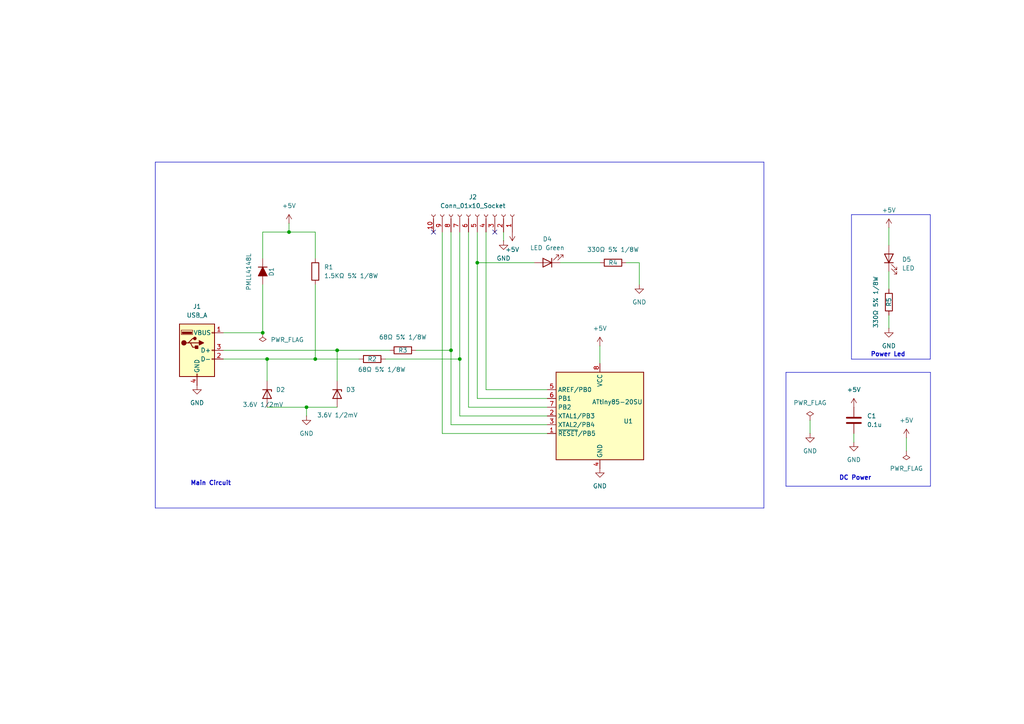
<source format=kicad_sch>
(kicad_sch
	(version 20231120)
	(generator "eeschema")
	(generator_version "8.0")
	(uuid "f2c20679-f28d-47ad-9191-2bfbde129570")
	(paper "A4")
	(title_block
		(date "2024-03-18")
		(rev "version Test2024")
		(company "UCC")
		(comment 1 "proyectoBase2024")
	)
	(lib_symbols
		(symbol "Connector:Conn_01x10_Socket"
			(pin_names
				(offset 1.016) hide)
			(exclude_from_sim no)
			(in_bom yes)
			(on_board yes)
			(property "Reference" "J"
				(at 0 12.7 0)
				(effects
					(font
						(size 1.27 1.27)
					)
				)
			)
			(property "Value" "Conn_01x10_Socket"
				(at 0 -15.24 0)
				(effects
					(font
						(size 1.27 1.27)
					)
				)
			)
			(property "Footprint" ""
				(at 0 0 0)
				(effects
					(font
						(size 1.27 1.27)
					)
					(hide yes)
				)
			)
			(property "Datasheet" "~"
				(at 0 0 0)
				(effects
					(font
						(size 1.27 1.27)
					)
					(hide yes)
				)
			)
			(property "Description" "Generic connector, single row, 01x10, script generated"
				(at 0 0 0)
				(effects
					(font
						(size 1.27 1.27)
					)
					(hide yes)
				)
			)
			(property "ki_locked" ""
				(at 0 0 0)
				(effects
					(font
						(size 1.27 1.27)
					)
				)
			)
			(property "ki_keywords" "connector"
				(at 0 0 0)
				(effects
					(font
						(size 1.27 1.27)
					)
					(hide yes)
				)
			)
			(property "ki_fp_filters" "Connector*:*_1x??_*"
				(at 0 0 0)
				(effects
					(font
						(size 1.27 1.27)
					)
					(hide yes)
				)
			)
			(symbol "Conn_01x10_Socket_1_1"
				(arc
					(start 0 -12.192)
					(mid -0.5058 -12.7)
					(end 0 -13.208)
					(stroke
						(width 0.1524)
						(type default)
					)
					(fill
						(type none)
					)
				)
				(arc
					(start 0 -9.652)
					(mid -0.5058 -10.16)
					(end 0 -10.668)
					(stroke
						(width 0.1524)
						(type default)
					)
					(fill
						(type none)
					)
				)
				(arc
					(start 0 -7.112)
					(mid -0.5058 -7.62)
					(end 0 -8.128)
					(stroke
						(width 0.1524)
						(type default)
					)
					(fill
						(type none)
					)
				)
				(arc
					(start 0 -4.572)
					(mid -0.5058 -5.08)
					(end 0 -5.588)
					(stroke
						(width 0.1524)
						(type default)
					)
					(fill
						(type none)
					)
				)
				(arc
					(start 0 -2.032)
					(mid -0.5058 -2.54)
					(end 0 -3.048)
					(stroke
						(width 0.1524)
						(type default)
					)
					(fill
						(type none)
					)
				)
				(polyline
					(pts
						(xy -1.27 -12.7) (xy -0.508 -12.7)
					)
					(stroke
						(width 0.1524)
						(type default)
					)
					(fill
						(type none)
					)
				)
				(polyline
					(pts
						(xy -1.27 -10.16) (xy -0.508 -10.16)
					)
					(stroke
						(width 0.1524)
						(type default)
					)
					(fill
						(type none)
					)
				)
				(polyline
					(pts
						(xy -1.27 -7.62) (xy -0.508 -7.62)
					)
					(stroke
						(width 0.1524)
						(type default)
					)
					(fill
						(type none)
					)
				)
				(polyline
					(pts
						(xy -1.27 -5.08) (xy -0.508 -5.08)
					)
					(stroke
						(width 0.1524)
						(type default)
					)
					(fill
						(type none)
					)
				)
				(polyline
					(pts
						(xy -1.27 -2.54) (xy -0.508 -2.54)
					)
					(stroke
						(width 0.1524)
						(type default)
					)
					(fill
						(type none)
					)
				)
				(polyline
					(pts
						(xy -1.27 0) (xy -0.508 0)
					)
					(stroke
						(width 0.1524)
						(type default)
					)
					(fill
						(type none)
					)
				)
				(polyline
					(pts
						(xy -1.27 2.54) (xy -0.508 2.54)
					)
					(stroke
						(width 0.1524)
						(type default)
					)
					(fill
						(type none)
					)
				)
				(polyline
					(pts
						(xy -1.27 5.08) (xy -0.508 5.08)
					)
					(stroke
						(width 0.1524)
						(type default)
					)
					(fill
						(type none)
					)
				)
				(polyline
					(pts
						(xy -1.27 7.62) (xy -0.508 7.62)
					)
					(stroke
						(width 0.1524)
						(type default)
					)
					(fill
						(type none)
					)
				)
				(polyline
					(pts
						(xy -1.27 10.16) (xy -0.508 10.16)
					)
					(stroke
						(width 0.1524)
						(type default)
					)
					(fill
						(type none)
					)
				)
				(arc
					(start 0 0.508)
					(mid -0.5058 0)
					(end 0 -0.508)
					(stroke
						(width 0.1524)
						(type default)
					)
					(fill
						(type none)
					)
				)
				(arc
					(start 0 3.048)
					(mid -0.5058 2.54)
					(end 0 2.032)
					(stroke
						(width 0.1524)
						(type default)
					)
					(fill
						(type none)
					)
				)
				(arc
					(start 0 5.588)
					(mid -0.5058 5.08)
					(end 0 4.572)
					(stroke
						(width 0.1524)
						(type default)
					)
					(fill
						(type none)
					)
				)
				(arc
					(start 0 8.128)
					(mid -0.5058 7.62)
					(end 0 7.112)
					(stroke
						(width 0.1524)
						(type default)
					)
					(fill
						(type none)
					)
				)
				(arc
					(start 0 10.668)
					(mid -0.5058 10.16)
					(end 0 9.652)
					(stroke
						(width 0.1524)
						(type default)
					)
					(fill
						(type none)
					)
				)
				(pin passive line
					(at -5.08 10.16 0)
					(length 3.81)
					(name "Pin_1"
						(effects
							(font
								(size 1.27 1.27)
							)
						)
					)
					(number "1"
						(effects
							(font
								(size 1.27 1.27)
							)
						)
					)
				)
				(pin passive line
					(at -5.08 -12.7 0)
					(length 3.81)
					(name "Pin_10"
						(effects
							(font
								(size 1.27 1.27)
							)
						)
					)
					(number "10"
						(effects
							(font
								(size 1.27 1.27)
							)
						)
					)
				)
				(pin passive line
					(at -5.08 7.62 0)
					(length 3.81)
					(name "Pin_2"
						(effects
							(font
								(size 1.27 1.27)
							)
						)
					)
					(number "2"
						(effects
							(font
								(size 1.27 1.27)
							)
						)
					)
				)
				(pin passive line
					(at -5.08 5.08 0)
					(length 3.81)
					(name "Pin_3"
						(effects
							(font
								(size 1.27 1.27)
							)
						)
					)
					(number "3"
						(effects
							(font
								(size 1.27 1.27)
							)
						)
					)
				)
				(pin passive line
					(at -5.08 2.54 0)
					(length 3.81)
					(name "Pin_4"
						(effects
							(font
								(size 1.27 1.27)
							)
						)
					)
					(number "4"
						(effects
							(font
								(size 1.27 1.27)
							)
						)
					)
				)
				(pin passive line
					(at -5.08 0 0)
					(length 3.81)
					(name "Pin_5"
						(effects
							(font
								(size 1.27 1.27)
							)
						)
					)
					(number "5"
						(effects
							(font
								(size 1.27 1.27)
							)
						)
					)
				)
				(pin passive line
					(at -5.08 -2.54 0)
					(length 3.81)
					(name "Pin_6"
						(effects
							(font
								(size 1.27 1.27)
							)
						)
					)
					(number "6"
						(effects
							(font
								(size 1.27 1.27)
							)
						)
					)
				)
				(pin passive line
					(at -5.08 -5.08 0)
					(length 3.81)
					(name "Pin_7"
						(effects
							(font
								(size 1.27 1.27)
							)
						)
					)
					(number "7"
						(effects
							(font
								(size 1.27 1.27)
							)
						)
					)
				)
				(pin passive line
					(at -5.08 -7.62 0)
					(length 3.81)
					(name "Pin_8"
						(effects
							(font
								(size 1.27 1.27)
							)
						)
					)
					(number "8"
						(effects
							(font
								(size 1.27 1.27)
							)
						)
					)
				)
				(pin passive line
					(at -5.08 -10.16 0)
					(length 3.81)
					(name "Pin_9"
						(effects
							(font
								(size 1.27 1.27)
							)
						)
					)
					(number "9"
						(effects
							(font
								(size 1.27 1.27)
							)
						)
					)
				)
			)
		)
		(symbol "D_Filled_1"
			(pin_numbers hide)
			(pin_names
				(offset 1.016) hide)
			(exclude_from_sim no)
			(in_bom yes)
			(on_board yes)
			(property "Reference" "D"
				(at 0 2.54 0)
				(effects
					(font
						(size 1.27 1.27)
					)
				)
			)
			(property "Value" "D_Filled"
				(at 0 -2.54 0)
				(effects
					(font
						(size 1.27 1.27)
					)
				)
			)
			(property "Footprint" ""
				(at 0 0 0)
				(effects
					(font
						(size 1.27 1.27)
					)
					(hide yes)
				)
			)
			(property "Datasheet" "~"
				(at 0 0 0)
				(effects
					(font
						(size 1.27 1.27)
					)
					(hide yes)
				)
			)
			(property "Description" "Diode, filled shape"
				(at 0 0 0)
				(effects
					(font
						(size 1.27 1.27)
					)
					(hide yes)
				)
			)
			(property "Sim.Device" "D"
				(at 0 0 0)
				(effects
					(font
						(size 1.27 1.27)
					)
					(hide yes)
				)
			)
			(property "Sim.Pins" "1=K 2=A"
				(at 0 0 0)
				(effects
					(font
						(size 1.27 1.27)
					)
					(hide yes)
				)
			)
			(property "ki_keywords" "diode"
				(at 0 0 0)
				(effects
					(font
						(size 1.27 1.27)
					)
					(hide yes)
				)
			)
			(property "ki_fp_filters" "TO-???* *_Diode_* *SingleDiode* D_*"
				(at 0 0 0)
				(effects
					(font
						(size 1.27 1.27)
					)
					(hide yes)
				)
			)
			(symbol "D_Filled_1_0_1"
				(polyline
					(pts
						(xy -1.27 1.27) (xy -1.27 -1.27)
					)
					(stroke
						(width 0.254)
						(type default)
					)
					(fill
						(type none)
					)
				)
				(polyline
					(pts
						(xy 1.27 0) (xy -1.27 0)
					)
					(stroke
						(width 0)
						(type default)
					)
					(fill
						(type none)
					)
				)
				(polyline
					(pts
						(xy 1.27 1.27) (xy 1.27 -1.27) (xy -1.27 0) (xy 1.27 1.27)
					)
					(stroke
						(width 0.254)
						(type default)
					)
					(fill
						(type outline)
					)
				)
			)
			(symbol "D_Filled_1_1_1"
				(pin passive line
					(at -3.81 0 0)
					(length 2.54)
					(name "K"
						(effects
							(font
								(size 1.27 1.27)
							)
						)
					)
					(number "1"
						(effects
							(font
								(size 1.27 1.27)
							)
						)
					)
				)
				(pin passive line
					(at 3.81 0 180)
					(length 2.54)
					(name "A"
						(effects
							(font
								(size 1.27 1.27)
							)
						)
					)
					(number "2"
						(effects
							(font
								(size 1.27 1.27)
							)
						)
					)
				)
			)
		)
		(symbol "Device:C"
			(pin_numbers hide)
			(pin_names
				(offset 0.254)
			)
			(exclude_from_sim no)
			(in_bom yes)
			(on_board yes)
			(property "Reference" "C"
				(at 0.635 2.54 0)
				(effects
					(font
						(size 1.27 1.27)
					)
					(justify left)
				)
			)
			(property "Value" "C"
				(at 0.635 -2.54 0)
				(effects
					(font
						(size 1.27 1.27)
					)
					(justify left)
				)
			)
			(property "Footprint" ""
				(at 0.9652 -3.81 0)
				(effects
					(font
						(size 1.27 1.27)
					)
					(hide yes)
				)
			)
			(property "Datasheet" "~"
				(at 0 0 0)
				(effects
					(font
						(size 1.27 1.27)
					)
					(hide yes)
				)
			)
			(property "Description" "Unpolarized capacitor"
				(at 0 0 0)
				(effects
					(font
						(size 1.27 1.27)
					)
					(hide yes)
				)
			)
			(property "ki_keywords" "cap capacitor"
				(at 0 0 0)
				(effects
					(font
						(size 1.27 1.27)
					)
					(hide yes)
				)
			)
			(property "ki_fp_filters" "C_*"
				(at 0 0 0)
				(effects
					(font
						(size 1.27 1.27)
					)
					(hide yes)
				)
			)
			(symbol "C_0_1"
				(polyline
					(pts
						(xy -2.032 -0.762) (xy 2.032 -0.762)
					)
					(stroke
						(width 0.508)
						(type default)
					)
					(fill
						(type none)
					)
				)
				(polyline
					(pts
						(xy -2.032 0.762) (xy 2.032 0.762)
					)
					(stroke
						(width 0.508)
						(type default)
					)
					(fill
						(type none)
					)
				)
			)
			(symbol "C_1_1"
				(pin passive line
					(at 0 3.81 270)
					(length 2.794)
					(name "~"
						(effects
							(font
								(size 1.27 1.27)
							)
						)
					)
					(number "1"
						(effects
							(font
								(size 1.27 1.27)
							)
						)
					)
				)
				(pin passive line
					(at 0 -3.81 90)
					(length 2.794)
					(name "~"
						(effects
							(font
								(size 1.27 1.27)
							)
						)
					)
					(number "2"
						(effects
							(font
								(size 1.27 1.27)
							)
						)
					)
				)
			)
		)
		(symbol "Device:D_Zener"
			(pin_numbers hide)
			(pin_names
				(offset 1.016) hide)
			(exclude_from_sim no)
			(in_bom yes)
			(on_board yes)
			(property "Reference" "D"
				(at 0 2.54 0)
				(effects
					(font
						(size 1.27 1.27)
					)
				)
			)
			(property "Value" "D_Zener"
				(at 0 -2.54 0)
				(effects
					(font
						(size 1.27 1.27)
					)
				)
			)
			(property "Footprint" ""
				(at 0 0 0)
				(effects
					(font
						(size 1.27 1.27)
					)
					(hide yes)
				)
			)
			(property "Datasheet" "~"
				(at 0 0 0)
				(effects
					(font
						(size 1.27 1.27)
					)
					(hide yes)
				)
			)
			(property "Description" "Zener diode"
				(at 0 0 0)
				(effects
					(font
						(size 1.27 1.27)
					)
					(hide yes)
				)
			)
			(property "ki_keywords" "diode"
				(at 0 0 0)
				(effects
					(font
						(size 1.27 1.27)
					)
					(hide yes)
				)
			)
			(property "ki_fp_filters" "TO-???* *_Diode_* *SingleDiode* D_*"
				(at 0 0 0)
				(effects
					(font
						(size 1.27 1.27)
					)
					(hide yes)
				)
			)
			(symbol "D_Zener_0_1"
				(polyline
					(pts
						(xy 1.27 0) (xy -1.27 0)
					)
					(stroke
						(width 0)
						(type default)
					)
					(fill
						(type none)
					)
				)
				(polyline
					(pts
						(xy -1.27 -1.27) (xy -1.27 1.27) (xy -0.762 1.27)
					)
					(stroke
						(width 0.254)
						(type default)
					)
					(fill
						(type none)
					)
				)
				(polyline
					(pts
						(xy 1.27 -1.27) (xy 1.27 1.27) (xy -1.27 0) (xy 1.27 -1.27)
					)
					(stroke
						(width 0.254)
						(type default)
					)
					(fill
						(type none)
					)
				)
			)
			(symbol "D_Zener_1_1"
				(pin passive line
					(at -3.81 0 0)
					(length 2.54)
					(name "K"
						(effects
							(font
								(size 1.27 1.27)
							)
						)
					)
					(number "1"
						(effects
							(font
								(size 1.27 1.27)
							)
						)
					)
				)
				(pin passive line
					(at 3.81 0 180)
					(length 2.54)
					(name "A"
						(effects
							(font
								(size 1.27 1.27)
							)
						)
					)
					(number "2"
						(effects
							(font
								(size 1.27 1.27)
							)
						)
					)
				)
			)
		)
		(symbol "Device:LED"
			(pin_numbers hide)
			(pin_names
				(offset 1.016) hide)
			(exclude_from_sim no)
			(in_bom yes)
			(on_board yes)
			(property "Reference" "D"
				(at 0 2.54 0)
				(effects
					(font
						(size 1.27 1.27)
					)
				)
			)
			(property "Value" "LED"
				(at 0 -2.54 0)
				(effects
					(font
						(size 1.27 1.27)
					)
				)
			)
			(property "Footprint" ""
				(at 0 0 0)
				(effects
					(font
						(size 1.27 1.27)
					)
					(hide yes)
				)
			)
			(property "Datasheet" "~"
				(at 0 0 0)
				(effects
					(font
						(size 1.27 1.27)
					)
					(hide yes)
				)
			)
			(property "Description" "Light emitting diode"
				(at 0 0 0)
				(effects
					(font
						(size 1.27 1.27)
					)
					(hide yes)
				)
			)
			(property "ki_keywords" "LED diode"
				(at 0 0 0)
				(effects
					(font
						(size 1.27 1.27)
					)
					(hide yes)
				)
			)
			(property "ki_fp_filters" "LED* LED_SMD:* LED_THT:*"
				(at 0 0 0)
				(effects
					(font
						(size 1.27 1.27)
					)
					(hide yes)
				)
			)
			(symbol "LED_0_1"
				(polyline
					(pts
						(xy -1.27 -1.27) (xy -1.27 1.27)
					)
					(stroke
						(width 0.254)
						(type default)
					)
					(fill
						(type none)
					)
				)
				(polyline
					(pts
						(xy -1.27 0) (xy 1.27 0)
					)
					(stroke
						(width 0)
						(type default)
					)
					(fill
						(type none)
					)
				)
				(polyline
					(pts
						(xy 1.27 -1.27) (xy 1.27 1.27) (xy -1.27 0) (xy 1.27 -1.27)
					)
					(stroke
						(width 0.254)
						(type default)
					)
					(fill
						(type none)
					)
				)
				(polyline
					(pts
						(xy -3.048 -0.762) (xy -4.572 -2.286) (xy -3.81 -2.286) (xy -4.572 -2.286) (xy -4.572 -1.524)
					)
					(stroke
						(width 0)
						(type default)
					)
					(fill
						(type none)
					)
				)
				(polyline
					(pts
						(xy -1.778 -0.762) (xy -3.302 -2.286) (xy -2.54 -2.286) (xy -3.302 -2.286) (xy -3.302 -1.524)
					)
					(stroke
						(width 0)
						(type default)
					)
					(fill
						(type none)
					)
				)
			)
			(symbol "LED_1_1"
				(pin passive line
					(at -3.81 0 0)
					(length 2.54)
					(name "K"
						(effects
							(font
								(size 1.27 1.27)
							)
						)
					)
					(number "1"
						(effects
							(font
								(size 1.27 1.27)
							)
						)
					)
				)
				(pin passive line
					(at 3.81 0 180)
					(length 2.54)
					(name "A"
						(effects
							(font
								(size 1.27 1.27)
							)
						)
					)
					(number "2"
						(effects
							(font
								(size 1.27 1.27)
							)
						)
					)
				)
			)
		)
		(symbol "Device:R"
			(pin_numbers hide)
			(pin_names
				(offset 0)
			)
			(exclude_from_sim no)
			(in_bom yes)
			(on_board yes)
			(property "Reference" "R"
				(at 2.032 0 90)
				(effects
					(font
						(size 1.27 1.27)
					)
				)
			)
			(property "Value" "R"
				(at 0 0 90)
				(effects
					(font
						(size 1.27 1.27)
					)
				)
			)
			(property "Footprint" ""
				(at -1.778 0 90)
				(effects
					(font
						(size 1.27 1.27)
					)
					(hide yes)
				)
			)
			(property "Datasheet" "~"
				(at 0 0 0)
				(effects
					(font
						(size 1.27 1.27)
					)
					(hide yes)
				)
			)
			(property "Description" "Resistor"
				(at 0 0 0)
				(effects
					(font
						(size 1.27 1.27)
					)
					(hide yes)
				)
			)
			(property "ki_keywords" "R res resistor"
				(at 0 0 0)
				(effects
					(font
						(size 1.27 1.27)
					)
					(hide yes)
				)
			)
			(property "ki_fp_filters" "R_*"
				(at 0 0 0)
				(effects
					(font
						(size 1.27 1.27)
					)
					(hide yes)
				)
			)
			(symbol "R_0_1"
				(rectangle
					(start -1.016 -2.54)
					(end 1.016 2.54)
					(stroke
						(width 0.254)
						(type default)
					)
					(fill
						(type none)
					)
				)
			)
			(symbol "R_1_1"
				(pin passive line
					(at 0 3.81 270)
					(length 1.27)
					(name "~"
						(effects
							(font
								(size 1.27 1.27)
							)
						)
					)
					(number "1"
						(effects
							(font
								(size 1.27 1.27)
							)
						)
					)
				)
				(pin passive line
					(at 0 -3.81 90)
					(length 1.27)
					(name "~"
						(effects
							(font
								(size 1.27 1.27)
							)
						)
					)
					(number "2"
						(effects
							(font
								(size 1.27 1.27)
							)
						)
					)
				)
			)
		)
		(symbol "MCU_Microchip_ATtiny:ATtiny85-20S"
			(exclude_from_sim no)
			(in_bom yes)
			(on_board yes)
			(property "Reference" "U"
				(at -12.7 13.97 0)
				(effects
					(font
						(size 1.27 1.27)
					)
					(justify left bottom)
				)
			)
			(property "Value" "ATtiny85-20S"
				(at 2.54 -13.97 0)
				(effects
					(font
						(size 1.27 1.27)
					)
					(justify left top)
				)
			)
			(property "Footprint" "Package_SO:SOIC-8W_5.3x5.3mm_P1.27mm"
				(at 0 0 0)
				(effects
					(font
						(size 1.27 1.27)
						(italic yes)
					)
					(hide yes)
				)
			)
			(property "Datasheet" "http://ww1.microchip.com/downloads/en/DeviceDoc/atmel-2586-avr-8-bit-microcontroller-attiny25-attiny45-attiny85_datasheet.pdf"
				(at 0 0 0)
				(effects
					(font
						(size 1.27 1.27)
					)
					(hide yes)
				)
			)
			(property "Description" "20MHz, 8kB Flash, 512B SRAM, 512B EEPROM, debugWIRE, SOIC-8W"
				(at 0 0 0)
				(effects
					(font
						(size 1.27 1.27)
					)
					(hide yes)
				)
			)
			(property "ki_keywords" "AVR 8bit Microcontroller tinyAVR"
				(at 0 0 0)
				(effects
					(font
						(size 1.27 1.27)
					)
					(hide yes)
				)
			)
			(property "ki_fp_filters" "SOIC*5.3x5.3mm*P1.27mm*"
				(at 0 0 0)
				(effects
					(font
						(size 1.27 1.27)
					)
					(hide yes)
				)
			)
			(symbol "ATtiny85-20S_0_1"
				(rectangle
					(start -12.7 -12.7)
					(end 12.7 12.7)
					(stroke
						(width 0.254)
						(type default)
					)
					(fill
						(type background)
					)
				)
			)
			(symbol "ATtiny85-20S_1_1"
				(pin bidirectional line
					(at 15.24 -5.08 180)
					(length 2.54)
					(name "~{RESET}/PB5"
						(effects
							(font
								(size 1.27 1.27)
							)
						)
					)
					(number "1"
						(effects
							(font
								(size 1.27 1.27)
							)
						)
					)
				)
				(pin bidirectional line
					(at 15.24 0 180)
					(length 2.54)
					(name "XTAL1/PB3"
						(effects
							(font
								(size 1.27 1.27)
							)
						)
					)
					(number "2"
						(effects
							(font
								(size 1.27 1.27)
							)
						)
					)
				)
				(pin bidirectional line
					(at 15.24 -2.54 180)
					(length 2.54)
					(name "XTAL2/PB4"
						(effects
							(font
								(size 1.27 1.27)
							)
						)
					)
					(number "3"
						(effects
							(font
								(size 1.27 1.27)
							)
						)
					)
				)
				(pin power_in line
					(at 0 -15.24 90)
					(length 2.54)
					(name "GND"
						(effects
							(font
								(size 1.27 1.27)
							)
						)
					)
					(number "4"
						(effects
							(font
								(size 1.27 1.27)
							)
						)
					)
				)
				(pin bidirectional line
					(at 15.24 7.62 180)
					(length 2.54)
					(name "AREF/PB0"
						(effects
							(font
								(size 1.27 1.27)
							)
						)
					)
					(number "5"
						(effects
							(font
								(size 1.27 1.27)
							)
						)
					)
				)
				(pin bidirectional line
					(at 15.24 5.08 180)
					(length 2.54)
					(name "PB1"
						(effects
							(font
								(size 1.27 1.27)
							)
						)
					)
					(number "6"
						(effects
							(font
								(size 1.27 1.27)
							)
						)
					)
				)
				(pin bidirectional line
					(at 15.24 2.54 180)
					(length 2.54)
					(name "PB2"
						(effects
							(font
								(size 1.27 1.27)
							)
						)
					)
					(number "7"
						(effects
							(font
								(size 1.27 1.27)
							)
						)
					)
				)
				(pin power_in line
					(at 0 15.24 270)
					(length 2.54)
					(name "VCC"
						(effects
							(font
								(size 1.27 1.27)
							)
						)
					)
					(number "8"
						(effects
							(font
								(size 1.27 1.27)
							)
						)
					)
				)
			)
		)
		(symbol "power:+5V"
			(power)
			(pin_numbers hide)
			(pin_names
				(offset 0) hide)
			(exclude_from_sim no)
			(in_bom yes)
			(on_board yes)
			(property "Reference" "#PWR"
				(at 0 -3.81 0)
				(effects
					(font
						(size 1.27 1.27)
					)
					(hide yes)
				)
			)
			(property "Value" "+5V"
				(at 0 3.556 0)
				(effects
					(font
						(size 1.27 1.27)
					)
				)
			)
			(property "Footprint" ""
				(at 0 0 0)
				(effects
					(font
						(size 1.27 1.27)
					)
					(hide yes)
				)
			)
			(property "Datasheet" ""
				(at 0 0 0)
				(effects
					(font
						(size 1.27 1.27)
					)
					(hide yes)
				)
			)
			(property "Description" "Power symbol creates a global label with name \"+5V\""
				(at 0 0 0)
				(effects
					(font
						(size 1.27 1.27)
					)
					(hide yes)
				)
			)
			(property "ki_keywords" "global power"
				(at 0 0 0)
				(effects
					(font
						(size 1.27 1.27)
					)
					(hide yes)
				)
			)
			(symbol "+5V_0_1"
				(polyline
					(pts
						(xy -0.762 1.27) (xy 0 2.54)
					)
					(stroke
						(width 0)
						(type default)
					)
					(fill
						(type none)
					)
				)
				(polyline
					(pts
						(xy 0 0) (xy 0 2.54)
					)
					(stroke
						(width 0)
						(type default)
					)
					(fill
						(type none)
					)
				)
				(polyline
					(pts
						(xy 0 2.54) (xy 0.762 1.27)
					)
					(stroke
						(width 0)
						(type default)
					)
					(fill
						(type none)
					)
				)
			)
			(symbol "+5V_1_1"
				(pin power_in line
					(at 0 0 90)
					(length 0)
					(name "~"
						(effects
							(font
								(size 1.27 1.27)
							)
						)
					)
					(number "1"
						(effects
							(font
								(size 1.27 1.27)
							)
						)
					)
				)
			)
		)
		(symbol "power:GND"
			(power)
			(pin_numbers hide)
			(pin_names
				(offset 0) hide)
			(exclude_from_sim no)
			(in_bom yes)
			(on_board yes)
			(property "Reference" "#PWR"
				(at 0 -6.35 0)
				(effects
					(font
						(size 1.27 1.27)
					)
					(hide yes)
				)
			)
			(property "Value" "GND"
				(at 0 -3.81 0)
				(effects
					(font
						(size 1.27 1.27)
					)
				)
			)
			(property "Footprint" ""
				(at 0 0 0)
				(effects
					(font
						(size 1.27 1.27)
					)
					(hide yes)
				)
			)
			(property "Datasheet" ""
				(at 0 0 0)
				(effects
					(font
						(size 1.27 1.27)
					)
					(hide yes)
				)
			)
			(property "Description" "Power symbol creates a global label with name \"GND\" , ground"
				(at 0 0 0)
				(effects
					(font
						(size 1.27 1.27)
					)
					(hide yes)
				)
			)
			(property "ki_keywords" "global power"
				(at 0 0 0)
				(effects
					(font
						(size 1.27 1.27)
					)
					(hide yes)
				)
			)
			(symbol "GND_0_1"
				(polyline
					(pts
						(xy 0 0) (xy 0 -1.27) (xy 1.27 -1.27) (xy 0 -2.54) (xy -1.27 -1.27) (xy 0 -1.27)
					)
					(stroke
						(width 0)
						(type default)
					)
					(fill
						(type none)
					)
				)
			)
			(symbol "GND_1_1"
				(pin power_in line
					(at 0 0 270)
					(length 0)
					(name "~"
						(effects
							(font
								(size 1.27 1.27)
							)
						)
					)
					(number "1"
						(effects
							(font
								(size 1.27 1.27)
							)
						)
					)
				)
			)
		)
		(symbol "power:PWR_FLAG"
			(power)
			(pin_numbers hide)
			(pin_names
				(offset 0) hide)
			(exclude_from_sim no)
			(in_bom yes)
			(on_board yes)
			(property "Reference" "#FLG"
				(at 0 1.905 0)
				(effects
					(font
						(size 1.27 1.27)
					)
					(hide yes)
				)
			)
			(property "Value" "PWR_FLAG"
				(at 0 3.81 0)
				(effects
					(font
						(size 1.27 1.27)
					)
				)
			)
			(property "Footprint" ""
				(at 0 0 0)
				(effects
					(font
						(size 1.27 1.27)
					)
					(hide yes)
				)
			)
			(property "Datasheet" "~"
				(at 0 0 0)
				(effects
					(font
						(size 1.27 1.27)
					)
					(hide yes)
				)
			)
			(property "Description" "Special symbol for telling ERC where power comes from"
				(at 0 0 0)
				(effects
					(font
						(size 1.27 1.27)
					)
					(hide yes)
				)
			)
			(property "ki_keywords" "flag power"
				(at 0 0 0)
				(effects
					(font
						(size 1.27 1.27)
					)
					(hide yes)
				)
			)
			(symbol "PWR_FLAG_0_0"
				(pin power_out line
					(at 0 0 90)
					(length 0)
					(name "~"
						(effects
							(font
								(size 1.27 1.27)
							)
						)
					)
					(number "1"
						(effects
							(font
								(size 1.27 1.27)
							)
						)
					)
				)
			)
			(symbol "PWR_FLAG_0_1"
				(polyline
					(pts
						(xy 0 0) (xy 0 1.27) (xy -1.016 1.905) (xy 0 2.54) (xy 1.016 1.905) (xy 0 1.27)
					)
					(stroke
						(width 0)
						(type default)
					)
					(fill
						(type none)
					)
				)
			)
		)
		(symbol "usbLibrary:USB_A"
			(pin_names
				(offset 1.016)
			)
			(exclude_from_sim no)
			(in_bom yes)
			(on_board yes)
			(property "Reference" "J2"
				(at 0 12.7 0)
				(effects
					(font
						(size 1.27 1.27)
					)
				)
			)
			(property "Value" "USB_A"
				(at 0 10.16 0)
				(effects
					(font
						(size 1.27 1.27)
					)
				)
			)
			(property "Footprint" ""
				(at 3.81 -1.27 0)
				(effects
					(font
						(size 1.27 1.27)
					)
					(hide yes)
				)
			)
			(property "Datasheet" " ~"
				(at 3.81 -1.27 0)
				(effects
					(font
						(size 1.27 1.27)
					)
					(hide yes)
				)
			)
			(property "Description" "USB Type A connector"
				(at 0 0 0)
				(effects
					(font
						(size 1.27 1.27)
					)
					(hide yes)
				)
			)
			(property "ki_keywords" "connector USB"
				(at 0 0 0)
				(effects
					(font
						(size 1.27 1.27)
					)
					(hide yes)
				)
			)
			(property "ki_fp_filters" "USB*"
				(at 0 0 0)
				(effects
					(font
						(size 1.27 1.27)
					)
					(hide yes)
				)
			)
			(symbol "USB_A_0_1"
				(rectangle
					(start -5.08 -7.62)
					(end 5.08 7.62)
					(stroke
						(width 0.254)
						(type default)
					)
					(fill
						(type background)
					)
				)
				(circle
					(center -3.81 2.159)
					(radius 0.635)
					(stroke
						(width 0.254)
						(type default)
					)
					(fill
						(type outline)
					)
				)
				(rectangle
					(start -1.524 4.826)
					(end -4.318 5.334)
					(stroke
						(width 0)
						(type default)
					)
					(fill
						(type outline)
					)
				)
				(rectangle
					(start -1.27 4.572)
					(end -4.572 5.842)
					(stroke
						(width 0)
						(type default)
					)
					(fill
						(type none)
					)
				)
				(circle
					(center -0.635 3.429)
					(radius 0.381)
					(stroke
						(width 0.254)
						(type default)
					)
					(fill
						(type outline)
					)
				)
				(rectangle
					(start -0.127 -7.62)
					(end 0.127 -6.858)
					(stroke
						(width 0)
						(type default)
					)
					(fill
						(type none)
					)
				)
				(polyline
					(pts
						(xy -3.175 2.159) (xy -2.54 2.159) (xy -1.27 3.429) (xy -0.635 3.429)
					)
					(stroke
						(width 0.254)
						(type default)
					)
					(fill
						(type none)
					)
				)
				(polyline
					(pts
						(xy -2.54 2.159) (xy -1.905 2.159) (xy -1.27 0.889) (xy 0 0.889)
					)
					(stroke
						(width 0.254)
						(type default)
					)
					(fill
						(type none)
					)
				)
				(polyline
					(pts
						(xy 0.635 2.794) (xy 0.635 1.524) (xy 1.905 2.159) (xy 0.635 2.794)
					)
					(stroke
						(width 0.254)
						(type default)
					)
					(fill
						(type outline)
					)
				)
				(rectangle
					(start 0.254 1.27)
					(end -0.508 0.508)
					(stroke
						(width 0.254)
						(type default)
					)
					(fill
						(type outline)
					)
				)
				(rectangle
					(start 5.08 -2.667)
					(end 4.318 -2.413)
					(stroke
						(width 0)
						(type default)
					)
					(fill
						(type none)
					)
				)
				(rectangle
					(start 5.08 -0.127)
					(end 4.318 0.127)
					(stroke
						(width 0)
						(type default)
					)
					(fill
						(type none)
					)
				)
				(rectangle
					(start 5.08 4.953)
					(end 4.318 5.207)
					(stroke
						(width 0)
						(type default)
					)
					(fill
						(type none)
					)
				)
			)
			(symbol "USB_A_1_1"
				(polyline
					(pts
						(xy -1.905 2.159) (xy 0.635 2.159)
					)
					(stroke
						(width 0.254)
						(type default)
					)
					(fill
						(type none)
					)
				)
				(pin power_in line
					(at 7.62 5.08 180)
					(length 2.54)
					(name "VBUS"
						(effects
							(font
								(size 1.27 1.27)
							)
						)
					)
					(number "1"
						(effects
							(font
								(size 1.27 1.27)
							)
						)
					)
				)
				(pin bidirectional line
					(at 7.62 -2.54 180)
					(length 2.54)
					(name "D-"
						(effects
							(font
								(size 1.27 1.27)
							)
						)
					)
					(number "2"
						(effects
							(font
								(size 1.27 1.27)
							)
						)
					)
				)
				(pin bidirectional line
					(at 7.62 0 180)
					(length 2.54)
					(name "D+"
						(effects
							(font
								(size 1.27 1.27)
							)
						)
					)
					(number "3"
						(effects
							(font
								(size 1.27 1.27)
							)
						)
					)
				)
				(pin power_in line
					(at 0 -10.16 90)
					(length 2.54)
					(name "GND"
						(effects
							(font
								(size 1.27 1.27)
							)
						)
					)
					(number "4"
						(effects
							(font
								(size 1.27 1.27)
							)
						)
					)
				)
			)
		)
	)
	(junction
		(at 91.44 104.14)
		(diameter 0)
		(color 0 0 0 0)
		(uuid "0035e994-c196-4437-9beb-c115342d07f9")
	)
	(junction
		(at 88.9 118.11)
		(diameter 0)
		(color 0 0 0 0)
		(uuid "19cf9e18-affe-4b38-8d92-865c8ccd45f9")
	)
	(junction
		(at 130.81 101.6)
		(diameter 0)
		(color 0 0 0 0)
		(uuid "26349510-0c63-41fc-a6a6-8c9f42553bad")
	)
	(junction
		(at 83.82 67.31)
		(diameter 0)
		(color 0 0 0 0)
		(uuid "45e23898-725d-4312-9589-842bbc39b85b")
	)
	(junction
		(at 138.43 76.2)
		(diameter 0)
		(color 0 0 0 0)
		(uuid "484c10c0-55f0-407f-b681-dcc9d28d86cc")
	)
	(junction
		(at 97.79 101.6)
		(diameter 0)
		(color 0 0 0 0)
		(uuid "49b64edb-a1b5-4dbe-b6b7-dc31092251e2")
	)
	(junction
		(at 77.47 104.14)
		(diameter 0)
		(color 0 0 0 0)
		(uuid "7daf8932-850e-4c06-bf0a-11e7609fcb49")
	)
	(junction
		(at 76.2 96.52)
		(diameter 0)
		(color 0 0 0 0)
		(uuid "b288478f-744b-4c80-b269-332b10198cde")
	)
	(junction
		(at 133.35 104.14)
		(diameter 0)
		(color 0 0 0 0)
		(uuid "f1888cf9-f859-4f45-ac74-3f629219015b")
	)
	(no_connect
		(at 143.51 67.31)
		(uuid "d8fe12a3-d365-4a1e-b445-a736845c5e6e")
	)
	(no_connect
		(at 125.73 67.31)
		(uuid "f872347e-f5e8-462a-a7c6-4fcd3d895ed2")
	)
	(wire
		(pts
			(xy 64.77 101.6) (xy 97.79 101.6)
		)
		(stroke
			(width 0)
			(type default)
		)
		(uuid "091b83b6-0a5c-483c-850f-bd0c993dc8d2")
	)
	(wire
		(pts
			(xy 88.9 118.11) (xy 97.79 118.11)
		)
		(stroke
			(width 0)
			(type default)
		)
		(uuid "0bae3732-d556-4e09-b0f4-dc299efc4d2e")
	)
	(wire
		(pts
			(xy 64.77 96.52) (xy 76.2 96.52)
		)
		(stroke
			(width 0)
			(type default)
		)
		(uuid "0c3a93c1-08e3-4fb4-a259-7ccc3421475c")
	)
	(wire
		(pts
			(xy 128.27 125.73) (xy 158.75 125.73)
		)
		(stroke
			(width 0)
			(type default)
		)
		(uuid "0c3d1025-a18f-4801-86e7-991f5a893921")
	)
	(wire
		(pts
			(xy 173.99 100.33) (xy 173.99 105.41)
		)
		(stroke
			(width 0)
			(type default)
		)
		(uuid "128270f3-fff3-4cb9-a409-10d2eed2918d")
	)
	(polyline
		(pts
			(xy 45.0342 147.3454) (xy 45.0342 47.0154)
		)
		(stroke
			(width 0)
			(type default)
		)
		(uuid "12c67071-fe67-4f47-a0ca-3ef1ab2bc966")
	)
	(wire
		(pts
			(xy 138.43 115.57) (xy 158.75 115.57)
		)
		(stroke
			(width 0)
			(type default)
		)
		(uuid "18cde8de-0e69-4279-b6fe-724e80b02c48")
	)
	(polyline
		(pts
			(xy 221.5642 47.0154) (xy 221.5642 147.3454)
		)
		(stroke
			(width 0)
			(type default)
		)
		(uuid "1f5f82f7-3c3e-40e2-9a00-ce83a042d5ac")
	)
	(wire
		(pts
			(xy 128.27 67.31) (xy 128.27 125.73)
		)
		(stroke
			(width 0)
			(type default)
		)
		(uuid "200042b6-114d-4d32-9980-031331b33a46")
	)
	(wire
		(pts
			(xy 91.44 104.14) (xy 104.14 104.14)
		)
		(stroke
			(width 0)
			(type default)
		)
		(uuid "26b8589f-5644-4a8f-81c8-956b31ccbd52")
	)
	(wire
		(pts
			(xy 135.89 118.11) (xy 158.75 118.11)
		)
		(stroke
			(width 0)
			(type default)
		)
		(uuid "2738fc70-cba1-468d-86a9-a9f235ad33b1")
	)
	(wire
		(pts
			(xy 77.47 104.14) (xy 91.44 104.14)
		)
		(stroke
			(width 0)
			(type default)
		)
		(uuid "38d53711-18d7-45a2-be50-6c50d52fff85")
	)
	(wire
		(pts
			(xy 88.9 118.11) (xy 88.9 120.65)
		)
		(stroke
			(width 0)
			(type default)
		)
		(uuid "3cc0d591-6bb9-46c6-b9db-168ad2bed824")
	)
	(wire
		(pts
			(xy 76.2 82.55) (xy 76.2 96.52)
		)
		(stroke
			(width 0)
			(type default)
		)
		(uuid "3e9429d0-41bd-4900-b936-ea868a4d2922")
	)
	(wire
		(pts
			(xy 83.82 64.77) (xy 83.82 67.31)
		)
		(stroke
			(width 0)
			(type default)
		)
		(uuid "410248ad-2904-4812-8d85-850535af93ee")
	)
	(wire
		(pts
			(xy 135.89 67.31) (xy 135.89 118.11)
		)
		(stroke
			(width 0)
			(type default)
		)
		(uuid "42274cce-a32b-43d4-912e-b9a8ae8dd23d")
	)
	(wire
		(pts
			(xy 234.95 121.92) (xy 234.95 125.73)
		)
		(stroke
			(width 0)
			(type default)
		)
		(uuid "454eeb4e-b67b-40e3-9bfa-47acb2e0f1df")
	)
	(wire
		(pts
			(xy 76.2 67.31) (xy 76.2 74.93)
		)
		(stroke
			(width 0)
			(type default)
		)
		(uuid "4c2df597-1210-449c-9045-650fb6953e19")
	)
	(polyline
		(pts
			(xy 269.8242 62.2554) (xy 269.8242 104.1654)
		)
		(stroke
			(width 0)
			(type default)
		)
		(uuid "4eb3e81b-c3fe-4e85-853e-9ce32520e02d")
	)
	(wire
		(pts
			(xy 77.47 104.14) (xy 77.47 110.49)
		)
		(stroke
			(width 0)
			(type default)
		)
		(uuid "4f14000a-c3ae-4f33-bbcc-d6ef990cc945")
	)
	(wire
		(pts
			(xy 130.81 67.31) (xy 130.81 101.6)
		)
		(stroke
			(width 0)
			(type default)
		)
		(uuid "5ab408a2-e8c3-4392-be3c-5de643119ced")
	)
	(wire
		(pts
			(xy 138.43 76.2) (xy 138.43 115.57)
		)
		(stroke
			(width 0)
			(type default)
		)
		(uuid "5ca36ac9-b144-46b8-90da-f85820944c0e")
	)
	(polyline
		(pts
			(xy 227.965 108.0008) (xy 269.875 108.0008)
		)
		(stroke
			(width 0)
			(type default)
		)
		(uuid "654c2277-b153-442b-b460-0cc1001e1bfe")
	)
	(wire
		(pts
			(xy 91.44 74.93) (xy 91.44 67.31)
		)
		(stroke
			(width 0)
			(type default)
		)
		(uuid "665d1084-3d66-40eb-90e9-0b52b7697f60")
	)
	(wire
		(pts
			(xy 97.79 101.6) (xy 97.79 110.49)
		)
		(stroke
			(width 0)
			(type default)
		)
		(uuid "6f309ce0-6bc5-466e-902f-dfcf7264e451")
	)
	(polyline
		(pts
			(xy 269.8242 104.1654) (xy 246.9642 104.1654)
		)
		(stroke
			(width 0)
			(type default)
		)
		(uuid "73b21d52-5af1-4324-ac82-7fc4e93bc07a")
	)
	(wire
		(pts
			(xy 133.35 104.14) (xy 133.35 120.65)
		)
		(stroke
			(width 0)
			(type default)
		)
		(uuid "752ae575-3a17-4493-9b02-bf07e352b1ad")
	)
	(polyline
		(pts
			(xy 227.965 141.0208) (xy 227.965 108.0008)
		)
		(stroke
			(width 0)
			(type default)
		)
		(uuid "7b5ddeea-8245-4000-8222-3f545ae9a1f4")
	)
	(polyline
		(pts
			(xy 221.5642 147.3454) (xy 45.0342 147.3454)
		)
		(stroke
			(width 0)
			(type default)
		)
		(uuid "7ebb2a4f-8cb5-40c6-9206-e43704b68921")
	)
	(wire
		(pts
			(xy 120.65 101.6) (xy 130.81 101.6)
		)
		(stroke
			(width 0)
			(type default)
		)
		(uuid "812ac703-463c-444b-b64b-a159a7765206")
	)
	(wire
		(pts
			(xy 64.77 104.14) (xy 77.47 104.14)
		)
		(stroke
			(width 0)
			(type default)
		)
		(uuid "8891a1e2-1c34-42f5-a775-6e725ed0f9b9")
	)
	(wire
		(pts
			(xy 91.44 67.31) (xy 83.82 67.31)
		)
		(stroke
			(width 0)
			(type default)
		)
		(uuid "8de918df-97f3-401f-978b-270bad6ea405")
	)
	(wire
		(pts
			(xy 181.61 76.2) (xy 185.42 76.2)
		)
		(stroke
			(width 0)
			(type default)
		)
		(uuid "9148942f-52d7-4b5a-b905-5b7ed75c6b17")
	)
	(wire
		(pts
			(xy 158.75 113.03) (xy 140.97 113.03)
		)
		(stroke
			(width 0)
			(type default)
		)
		(uuid "9908bc91-f845-4dfd-b4af-8b2b95d27960")
	)
	(wire
		(pts
			(xy 138.43 67.31) (xy 138.43 76.2)
		)
		(stroke
			(width 0)
			(type default)
		)
		(uuid "a5114306-75c6-4c9b-aa53-487040666975")
	)
	(wire
		(pts
			(xy 146.05 67.31) (xy 146.05 69.85)
		)
		(stroke
			(width 0)
			(type default)
		)
		(uuid "aa97213a-1e05-46a1-8351-ca7f92933fd2")
	)
	(wire
		(pts
			(xy 130.81 101.6) (xy 130.81 123.19)
		)
		(stroke
			(width 0)
			(type default)
		)
		(uuid "ad50801b-82c5-4dc9-9af5-f706bd3e9f39")
	)
	(wire
		(pts
			(xy 83.82 67.31) (xy 76.2 67.31)
		)
		(stroke
			(width 0)
			(type default)
		)
		(uuid "b11c46b5-30da-4c8b-87c3-78881e57a632")
	)
	(wire
		(pts
			(xy 257.81 78.74) (xy 257.81 83.82)
		)
		(stroke
			(width 0)
			(type default)
		)
		(uuid "bb0e9db5-1ec3-45a0-bff3-c98416a20a20")
	)
	(wire
		(pts
			(xy 257.81 91.44) (xy 257.81 95.25)
		)
		(stroke
			(width 0)
			(type default)
		)
		(uuid "c13897d5-9e2d-4293-894b-3cbcabd4f359")
	)
	(wire
		(pts
			(xy 133.35 67.31) (xy 133.35 104.14)
		)
		(stroke
			(width 0)
			(type default)
		)
		(uuid "c18c185a-5877-4e6d-8f61-ffca310ff108")
	)
	(polyline
		(pts
			(xy 246.9642 104.1654) (xy 246.9642 62.2554)
		)
		(stroke
			(width 0)
			(type default)
		)
		(uuid "c289a2e8-800f-459f-8e02-e4181254dd67")
	)
	(polyline
		(pts
			(xy 246.9642 62.2554) (xy 269.8242 62.2554)
		)
		(stroke
			(width 0)
			(type default)
		)
		(uuid "c5196035-626d-4878-af78-a964605d27be")
	)
	(wire
		(pts
			(xy 247.65 125.73) (xy 247.65 128.27)
		)
		(stroke
			(width 0)
			(type default)
		)
		(uuid "c597387d-9003-4f56-9d4e-b7911f1dec59")
	)
	(wire
		(pts
			(xy 111.76 104.14) (xy 133.35 104.14)
		)
		(stroke
			(width 0)
			(type default)
		)
		(uuid "d25dac7b-00d9-4ce6-9a03-9f54ea5d0fb4")
	)
	(wire
		(pts
			(xy 262.89 127) (xy 262.89 130.81)
		)
		(stroke
			(width 0)
			(type default)
		)
		(uuid "d5745457-3a80-4323-991c-5c891c593211")
	)
	(wire
		(pts
			(xy 77.47 118.11) (xy 88.9 118.11)
		)
		(stroke
			(width 0)
			(type default)
		)
		(uuid "d5cfa4fe-4267-4bac-a866-8fcb8fb1df08")
	)
	(wire
		(pts
			(xy 91.44 82.55) (xy 91.44 104.14)
		)
		(stroke
			(width 0)
			(type default)
		)
		(uuid "e1b90ff2-54d2-4b5b-a2f4-10fa7fd4d8d4")
	)
	(wire
		(pts
			(xy 97.79 101.6) (xy 113.03 101.6)
		)
		(stroke
			(width 0)
			(type default)
		)
		(uuid "e6310fe2-9764-4847-afec-39d1932ee65a")
	)
	(wire
		(pts
			(xy 162.56 76.2) (xy 173.99 76.2)
		)
		(stroke
			(width 0)
			(type default)
		)
		(uuid "e9d789bd-1cc6-4905-b69d-f733b0a8ad54")
	)
	(polyline
		(pts
			(xy 269.875 108.0008) (xy 269.875 141.0208)
		)
		(stroke
			(width 0)
			(type default)
		)
		(uuid "eaa8bceb-f274-422b-90fd-fe4877b72009")
	)
	(wire
		(pts
			(xy 257.81 66.04) (xy 257.81 71.12)
		)
		(stroke
			(width 0)
			(type default)
		)
		(uuid "ebea0360-d6fb-4069-9c8f-aaa2db800ee0")
	)
	(polyline
		(pts
			(xy 45.0342 47.0154) (xy 221.5642 47.0154)
		)
		(stroke
			(width 0)
			(type default)
		)
		(uuid "ed367599-b43c-449a-9a14-78d4b79558be")
	)
	(wire
		(pts
			(xy 185.42 76.2) (xy 185.42 82.55)
		)
		(stroke
			(width 0)
			(type default)
		)
		(uuid "eedf1059-5a08-4c11-a9b2-d64f69e01c3b")
	)
	(wire
		(pts
			(xy 138.43 76.2) (xy 154.94 76.2)
		)
		(stroke
			(width 0)
			(type default)
		)
		(uuid "ef091df8-4b4d-45f7-b370-ee10efedcd6a")
	)
	(wire
		(pts
			(xy 130.81 123.19) (xy 158.75 123.19)
		)
		(stroke
			(width 0)
			(type default)
		)
		(uuid "f3bf5e79-3453-4ebc-b73d-c4836285d436")
	)
	(polyline
		(pts
			(xy 269.875 141.0208) (xy 227.965 141.0208)
		)
		(stroke
			(width 0)
			(type default)
		)
		(uuid "f518fdf6-0ceb-48a0-bbc6-ad5fd27a602e")
	)
	(wire
		(pts
			(xy 133.35 120.65) (xy 158.75 120.65)
		)
		(stroke
			(width 0)
			(type default)
		)
		(uuid "fb998cac-e82b-449f-a837-a35bb336b851")
	)
	(wire
		(pts
			(xy 140.97 113.03) (xy 140.97 67.31)
		)
		(stroke
			(width 0)
			(type default)
		)
		(uuid "fc24c0fd-8ac4-4257-b17c-27c7a269a347")
	)
	(text "Main Circuit"
		(exclude_from_sim no)
		(at 55.1942 140.9954 0)
		(effects
			(font
				(size 1.27 1.27)
				(thickness 0.254)
				(bold yes)
			)
			(justify left bottom)
		)
		(uuid "39ea4496-1b44-485f-ab4a-73accbcc9f99")
	)
	(text "Power Led\n"
		(exclude_from_sim no)
		(at 252.476 103.632 0)
		(effects
			(font
				(size 1.27 1.27)
				(thickness 0.254)
				(bold yes)
			)
			(justify left bottom)
		)
		(uuid "8a345a98-4aef-45f5-9dbc-0ad7654c13f9")
	)
	(text "DC Power"
		(exclude_from_sim no)
		(at 243.332 139.446 0)
		(effects
			(font
				(size 1.27 1.27)
				(thickness 0.254)
				(bold yes)
			)
			(justify left bottom)
		)
		(uuid "f02c92e4-45ef-4674-aa80-cf23814b4fc6")
	)
	(symbol
		(lib_id "usbLibrary:USB_A")
		(at 57.15 101.6 0)
		(unit 1)
		(exclude_from_sim no)
		(in_bom yes)
		(on_board yes)
		(dnp no)
		(fields_autoplaced yes)
		(uuid "0f716132-2fb3-4cd7-807d-dd9ea96fb9cf")
		(property "Reference" "J1"
			(at 57.15 88.9 0)
			(effects
				(font
					(size 1.27 1.27)
				)
			)
		)
		(property "Value" "USB_A"
			(at 57.15 91.44 0)
			(effects
				(font
					(size 1.27 1.27)
				)
			)
		)
		(property "Footprint" "embeddedPcbUsb:USB_A_UCC"
			(at 60.96 102.87 0)
			(effects
				(font
					(size 1.27 1.27)
				)
				(hide yes)
			)
		)
		(property "Datasheet" "~"
			(at 60.96 102.87 0)
			(effects
				(font
					(size 1.27 1.27)
				)
				(hide yes)
			)
		)
		(property "Description" "USB Type A connector"
			(at 57.15 101.6 0)
			(effects
				(font
					(size 1.27 1.27)
				)
				(hide yes)
			)
		)
		(pin "3"
			(uuid "378e7c0a-6c52-4e87-9b03-6ac60bdd6cde")
		)
		(pin "1"
			(uuid "adb19b82-7e0b-416d-bce8-c0d4a5c7680e")
		)
		(pin "4"
			(uuid "3d4fa24d-794d-4d72-97c5-91cf4e946f2a")
		)
		(pin "2"
			(uuid "247b6067-f6b9-4d18-a1a9-4f26c28804f1")
		)
		(instances
			(project ""
				(path "/f2c20679-f28d-47ad-9191-2bfbde129570"
					(reference "J1")
					(unit 1)
				)
			)
		)
	)
	(symbol
		(lib_id "Device:LED")
		(at 257.81 74.93 90)
		(unit 1)
		(exclude_from_sim no)
		(in_bom yes)
		(on_board yes)
		(dnp no)
		(fields_autoplaced yes)
		(uuid "10997108-4d28-41d5-89fd-26fd3e77510d")
		(property "Reference" "D5"
			(at 261.62 75.2474 90)
			(effects
				(font
					(size 1.27 1.27)
				)
				(justify right)
			)
		)
		(property "Value" "LED"
			(at 261.62 77.7874 90)
			(effects
				(font
					(size 1.27 1.27)
				)
				(justify right)
			)
		)
		(property "Footprint" "ledSmd:ledSMD"
			(at 257.81 74.93 0)
			(effects
				(font
					(size 1.27 1.27)
				)
				(hide yes)
			)
		)
		(property "Datasheet" "~"
			(at 257.81 74.93 0)
			(effects
				(font
					(size 1.27 1.27)
				)
				(hide yes)
			)
		)
		(property "Description" ""
			(at 257.81 74.93 0)
			(effects
				(font
					(size 1.27 1.27)
				)
				(hide yes)
			)
		)
		(pin "1"
			(uuid "5fdbb483-66f9-4384-8395-149ad1d2495b")
		)
		(pin "2"
			(uuid "d69da8c4-b4ec-4af5-a00c-745dacc97d94")
		)
		(instances
			(project "UccMicroDuino"
				(path "/f2c20679-f28d-47ad-9191-2bfbde129570"
					(reference "D5")
					(unit 1)
				)
			)
		)
	)
	(symbol
		(lib_id "Device:D_Zener")
		(at 97.79 114.3 270)
		(unit 1)
		(exclude_from_sim no)
		(in_bom yes)
		(on_board yes)
		(dnp no)
		(uuid "15e740c3-52d2-4933-b480-98f2b419f506")
		(property "Reference" "D3"
			(at 100.33 113.0299 90)
			(effects
				(font
					(size 1.27 1.27)
				)
				(justify left)
			)
		)
		(property "Value" "3.6V 1/2mV"
			(at 91.948 120.396 90)
			(effects
				(font
					(size 1.27 1.27)
				)
				(justify left)
			)
		)
		(property "Footprint" "Diode_SMD:D_SOD-123"
			(at 97.79 114.3 0)
			(effects
				(font
					(size 1.27 1.27)
				)
				(hide yes)
			)
		)
		(property "Datasheet" "~"
			(at 97.79 114.3 0)
			(effects
				(font
					(size 1.27 1.27)
				)
				(hide yes)
			)
		)
		(property "Description" ""
			(at 97.79 114.3 0)
			(effects
				(font
					(size 1.27 1.27)
				)
				(hide yes)
			)
		)
		(pin "1"
			(uuid "f5ecc04b-d4fc-4919-9885-99d04109a21f")
		)
		(pin "2"
			(uuid "7a9128c4-1a99-413d-9a88-37b73fb30a70")
		)
		(instances
			(project "UccMicroDuino"
				(path "/f2c20679-f28d-47ad-9191-2bfbde129570"
					(reference "D3")
					(unit 1)
				)
			)
		)
	)
	(symbol
		(lib_id "power:+5V")
		(at 173.99 100.33 0)
		(unit 1)
		(exclude_from_sim no)
		(in_bom yes)
		(on_board yes)
		(dnp no)
		(fields_autoplaced yes)
		(uuid "174bb032-79ed-4d1a-9199-ff9b44cb64d5")
		(property "Reference" "#PWR010"
			(at 173.99 104.14 0)
			(effects
				(font
					(size 1.27 1.27)
				)
				(hide yes)
			)
		)
		(property "Value" "+5V"
			(at 173.99 95.25 0)
			(effects
				(font
					(size 1.27 1.27)
				)
			)
		)
		(property "Footprint" ""
			(at 173.99 100.33 0)
			(effects
				(font
					(size 1.27 1.27)
				)
				(hide yes)
			)
		)
		(property "Datasheet" ""
			(at 173.99 100.33 0)
			(effects
				(font
					(size 1.27 1.27)
				)
				(hide yes)
			)
		)
		(property "Description" "Power symbol creates a global label with name \"+5V\""
			(at 173.99 100.33 0)
			(effects
				(font
					(size 1.27 1.27)
				)
				(hide yes)
			)
		)
		(pin "1"
			(uuid "be4c8fd8-7148-48d1-97bf-c07965051e2a")
		)
		(instances
			(project ""
				(path "/f2c20679-f28d-47ad-9191-2bfbde129570"
					(reference "#PWR010")
					(unit 1)
				)
			)
		)
	)
	(symbol
		(lib_id "Device:R")
		(at 91.44 78.74 0)
		(unit 1)
		(exclude_from_sim no)
		(in_bom yes)
		(on_board yes)
		(dnp no)
		(fields_autoplaced yes)
		(uuid "1ad09e81-a9e6-4168-ab8f-f6dc88a2ffca")
		(property "Reference" "R1"
			(at 93.98 77.4699 0)
			(effects
				(font
					(size 1.27 1.27)
				)
				(justify left)
			)
		)
		(property "Value" "1.5KΩ 5% 1/8W"
			(at 93.98 80.0099 0)
			(effects
				(font
					(size 1.27 1.27)
				)
				(justify left)
			)
		)
		(property "Footprint" "Resistor_SMD:R_0805_2012Metric_Pad1.20x1.40mm_HandSolder"
			(at 89.662 78.74 90)
			(effects
				(font
					(size 1.27 1.27)
				)
				(hide yes)
			)
		)
		(property "Datasheet" "~"
			(at 91.44 78.74 0)
			(effects
				(font
					(size 1.27 1.27)
				)
				(hide yes)
			)
		)
		(property "Description" ""
			(at 91.44 78.74 0)
			(effects
				(font
					(size 1.27 1.27)
				)
				(hide yes)
			)
		)
		(pin "1"
			(uuid "4e7abc82-5fea-48c4-8ea1-9a8328442143")
		)
		(pin "2"
			(uuid "3db91e4f-0f11-4f40-b079-d1b1281a631f")
		)
		(instances
			(project "Clase 1"
				(path "/e763c805-2d98-46c7-a7c5-10a127323b27"
					(reference "R1")
					(unit 1)
				)
			)
			(project "UccMicroDuino"
				(path "/f2c20679-f28d-47ad-9191-2bfbde129570"
					(reference "R1")
					(unit 1)
				)
			)
		)
	)
	(symbol
		(lib_id "Device:LED")
		(at 158.75 76.2 180)
		(unit 1)
		(exclude_from_sim no)
		(in_bom yes)
		(on_board yes)
		(dnp no)
		(uuid "2011656a-ac3d-4d77-b887-5127bf215252")
		(property "Reference" "D4"
			(at 158.75 69.342 0)
			(effects
				(font
					(size 1.27 1.27)
				)
			)
		)
		(property "Value" "LED Green"
			(at 158.75 71.882 0)
			(effects
				(font
					(size 1.27 1.27)
				)
			)
		)
		(property "Footprint" "ledSmd:ledSMD"
			(at 158.75 76.2 0)
			(effects
				(font
					(size 1.27 1.27)
				)
				(hide yes)
			)
		)
		(property "Datasheet" "~"
			(at 158.75 76.2 0)
			(effects
				(font
					(size 1.27 1.27)
				)
				(hide yes)
			)
		)
		(property "Description" ""
			(at 158.75 76.2 0)
			(effects
				(font
					(size 1.27 1.27)
				)
				(hide yes)
			)
		)
		(pin "1"
			(uuid "f2831051-7647-41d6-b22b-96326fb75990")
		)
		(pin "2"
			(uuid "bab99baf-a98f-4b84-b8e3-d5a1a09516d3")
		)
		(instances
			(project "UccMicroDuino"
				(path "/f2c20679-f28d-47ad-9191-2bfbde129570"
					(reference "D4")
					(unit 1)
				)
			)
		)
	)
	(symbol
		(lib_id "Device:D_Zener")
		(at 77.47 114.3 270)
		(unit 1)
		(exclude_from_sim no)
		(in_bom yes)
		(on_board yes)
		(dnp no)
		(uuid "25411291-d1c6-47f7-b371-c9e89490bee3")
		(property "Reference" "D1"
			(at 80.01 113.0299 90)
			(effects
				(font
					(size 1.27 1.27)
				)
				(justify left)
			)
		)
		(property "Value" "3.6V 1/2mV"
			(at 70.358 117.348 90)
			(effects
				(font
					(size 1.27 1.27)
				)
				(justify left)
			)
		)
		(property "Footprint" "Diode_SMD:D_SOD-123"
			(at 77.47 114.3 0)
			(effects
				(font
					(size 1.27 1.27)
				)
				(hide yes)
			)
		)
		(property "Datasheet" "~"
			(at 77.47 114.3 0)
			(effects
				(font
					(size 1.27 1.27)
				)
				(hide yes)
			)
		)
		(property "Description" ""
			(at 77.47 114.3 0)
			(effects
				(font
					(size 1.27 1.27)
				)
				(hide yes)
			)
		)
		(pin "1"
			(uuid "c2a5c4c6-90e3-41f9-bb4f-be5a750c86cd")
		)
		(pin "2"
			(uuid "82b98da4-5a87-49ee-9494-960aaf8dd2a7")
		)
		(instances
			(project "Clase 1"
				(path "/e763c805-2d98-46c7-a7c5-10a127323b27"
					(reference "D1")
					(unit 1)
				)
			)
			(project "UccMicroDuino"
				(path "/f2c20679-f28d-47ad-9191-2bfbde129570"
					(reference "D2")
					(unit 1)
				)
			)
		)
	)
	(symbol
		(lib_id "power:GND")
		(at 88.9 120.65 0)
		(unit 1)
		(exclude_from_sim no)
		(in_bom yes)
		(on_board yes)
		(dnp no)
		(fields_autoplaced yes)
		(uuid "2fd6d435-9041-4222-a3ab-0edee46fcee0")
		(property "Reference" "#PWR03"
			(at 88.9 127 0)
			(effects
				(font
					(size 1.27 1.27)
				)
				(hide yes)
			)
		)
		(property "Value" "GND"
			(at 88.9 125.73 0)
			(effects
				(font
					(size 1.27 1.27)
				)
			)
		)
		(property "Footprint" ""
			(at 88.9 120.65 0)
			(effects
				(font
					(size 1.27 1.27)
				)
				(hide yes)
			)
		)
		(property "Datasheet" ""
			(at 88.9 120.65 0)
			(effects
				(font
					(size 1.27 1.27)
				)
				(hide yes)
			)
		)
		(property "Description" "Power symbol creates a global label with name \"GND\" , ground"
			(at 88.9 120.65 0)
			(effects
				(font
					(size 1.27 1.27)
				)
				(hide yes)
			)
		)
		(pin "1"
			(uuid "8273759b-42a4-4c84-ad34-e5d225782e1d")
		)
		(instances
			(project ""
				(path "/f2c20679-f28d-47ad-9191-2bfbde129570"
					(reference "#PWR03")
					(unit 1)
				)
			)
		)
	)
	(symbol
		(lib_id "MCU_Microchip_ATtiny:ATtiny85-20S")
		(at 173.99 120.65 0)
		(mirror y)
		(unit 1)
		(exclude_from_sim no)
		(in_bom yes)
		(on_board yes)
		(dnp no)
		(uuid "333f0dac-2da2-4252-b55d-20da165172bb")
		(property "Reference" "U2"
			(at 180.848 122.174 0)
			(effects
				(font
					(size 1.27 1.27)
				)
				(justify right)
			)
		)
		(property "Value" "ATtiny85-20SU"
			(at 171.704 116.586 0)
			(effects
				(font
					(size 1.27 1.27)
				)
				(justify right)
			)
		)
		(property "Footprint" "Package_SO:SOIC-8W_5.3x5.3mm_P1.27mm"
			(at 173.99 120.65 0)
			(effects
				(font
					(size 1.27 1.27)
					(italic yes)
				)
				(hide yes)
			)
		)
		(property "Datasheet" "http://ww1.microchip.com/downloads/en/DeviceDoc/atmel-2586-avr-8-bit-microcontroller-attiny25-attiny45-attiny85_datasheet.pdf"
			(at 173.99 120.65 0)
			(effects
				(font
					(size 1.27 1.27)
				)
				(hide yes)
			)
		)
		(property "Description" ""
			(at 173.99 120.65 0)
			(effects
				(font
					(size 1.27 1.27)
				)
				(hide yes)
			)
		)
		(pin "1"
			(uuid "f2c6d99f-a285-4a32-9cf2-5bf45904140f")
		)
		(pin "2"
			(uuid "b9f90a70-edd7-4fde-a922-a51230db7c64")
		)
		(pin "3"
			(uuid "54d1a8d6-83c8-4e70-8a22-6566cdd95966")
		)
		(pin "4"
			(uuid "5f554262-1a2a-4923-a8d6-fc00c2151943")
		)
		(pin "5"
			(uuid "ef4cd162-704a-4bac-864e-d0916bfe95c8")
		)
		(pin "6"
			(uuid "e0e0d17a-c138-4d68-a5f5-9153c0e1693f")
		)
		(pin "7"
			(uuid "9186f3a7-8d84-48cb-88f1-ea069232b715")
		)
		(pin "8"
			(uuid "3b673756-5089-4995-a6dc-25a2b5f6e068")
		)
		(instances
			(project "Clase 1"
				(path "/e763c805-2d98-46c7-a7c5-10a127323b27"
					(reference "U2")
					(unit 1)
				)
			)
			(project "UccMicroDuino"
				(path "/f2c20679-f28d-47ad-9191-2bfbde129570"
					(reference "U1")
					(unit 1)
				)
			)
		)
	)
	(symbol
		(lib_id "power:+5V")
		(at 262.89 127 0)
		(unit 1)
		(exclude_from_sim no)
		(in_bom yes)
		(on_board yes)
		(dnp no)
		(fields_autoplaced yes)
		(uuid "42bee7ae-0679-4aca-be9d-555ed31a8add")
		(property "Reference" "#PWR015"
			(at 262.89 130.81 0)
			(effects
				(font
					(size 1.27 1.27)
				)
				(hide yes)
			)
		)
		(property "Value" "+5V"
			(at 262.89 121.92 0)
			(effects
				(font
					(size 1.27 1.27)
				)
			)
		)
		(property "Footprint" ""
			(at 262.89 127 0)
			(effects
				(font
					(size 1.27 1.27)
				)
				(hide yes)
			)
		)
		(property "Datasheet" ""
			(at 262.89 127 0)
			(effects
				(font
					(size 1.27 1.27)
				)
				(hide yes)
			)
		)
		(property "Description" "Power symbol creates a global label with name \"+5V\""
			(at 262.89 127 0)
			(effects
				(font
					(size 1.27 1.27)
				)
				(hide yes)
			)
		)
		(pin "1"
			(uuid "28cc7c3a-d181-44c0-8976-b3368cd4dcea")
		)
		(instances
			(project ""
				(path "/f2c20679-f28d-47ad-9191-2bfbde129570"
					(reference "#PWR015")
					(unit 1)
				)
			)
		)
	)
	(symbol
		(lib_id "power:PWR_FLAG")
		(at 234.95 121.92 0)
		(unit 1)
		(exclude_from_sim no)
		(in_bom yes)
		(on_board yes)
		(dnp no)
		(fields_autoplaced yes)
		(uuid "4326468b-03f3-4a7d-98d2-e4418d1b5c38")
		(property "Reference" "#FLG02"
			(at 234.95 120.015 0)
			(effects
				(font
					(size 1.27 1.27)
				)
				(hide yes)
			)
		)
		(property "Value" "PWR_FLAG"
			(at 234.95 116.84 0)
			(effects
				(font
					(size 1.27 1.27)
				)
			)
		)
		(property "Footprint" ""
			(at 234.95 121.92 0)
			(effects
				(font
					(size 1.27 1.27)
				)
				(hide yes)
			)
		)
		(property "Datasheet" "~"
			(at 234.95 121.92 0)
			(effects
				(font
					(size 1.27 1.27)
				)
				(hide yes)
			)
		)
		(property "Description" "Special symbol for telling ERC where power comes from"
			(at 234.95 121.92 0)
			(effects
				(font
					(size 1.27 1.27)
				)
				(hide yes)
			)
		)
		(pin "1"
			(uuid "ece387a1-7fb9-461e-b135-2af74ede9385")
		)
		(instances
			(project ""
				(path "/f2c20679-f28d-47ad-9191-2bfbde129570"
					(reference "#FLG02")
					(unit 1)
				)
			)
		)
	)
	(symbol
		(lib_id "Connector:Conn_01x10_Socket")
		(at 138.43 62.23 270)
		(mirror x)
		(unit 1)
		(exclude_from_sim no)
		(in_bom yes)
		(on_board yes)
		(dnp no)
		(uuid "43f917b8-7bd2-489e-9718-7e0381f2a8f7")
		(property "Reference" "J2"
			(at 137.16 57.15 90)
			(effects
				(font
					(size 1.27 1.27)
				)
			)
		)
		(property "Value" "Conn_01x10_Socket"
			(at 137.16 59.69 90)
			(effects
				(font
					(size 1.27 1.27)
				)
			)
		)
		(property "Footprint" "Connector_PinSocket_2.54mm:PinSocket_1x10_P2.54mm_Vertical"
			(at 138.43 62.23 0)
			(effects
				(font
					(size 1.27 1.27)
				)
				(hide yes)
			)
		)
		(property "Datasheet" "~"
			(at 138.43 62.23 0)
			(effects
				(font
					(size 1.27 1.27)
				)
				(hide yes)
			)
		)
		(property "Description" ""
			(at 138.43 62.23 0)
			(effects
				(font
					(size 1.27 1.27)
				)
				(hide yes)
			)
		)
		(pin "1"
			(uuid "1ad0d284-548c-4c27-9f7e-6f1172cb046b")
		)
		(pin "10"
			(uuid "e88daa34-602c-4e83-9427-aa0dd966ad52")
		)
		(pin "2"
			(uuid "e12f72ec-aa3b-41cf-891c-1a1f2a061f30")
		)
		(pin "3"
			(uuid "cba46278-8e26-49e2-8a18-5c836a1efa69")
		)
		(pin "4"
			(uuid "c31609c3-304a-459d-9a65-5e52e0cdc51e")
		)
		(pin "5"
			(uuid "475d861d-1e74-4dcb-8bc4-ca5faa9d7e3c")
		)
		(pin "6"
			(uuid "fd1a89f4-a391-4977-947d-86409a468e99")
		)
		(pin "7"
			(uuid "4c7918ac-0fb5-45a4-a45d-18f6587b7827")
		)
		(pin "8"
			(uuid "6e9bf377-8b2f-4ca8-9138-4ed8fc92d4db")
		)
		(pin "9"
			(uuid "128fffcc-ce30-4610-bcf0-b122dc043ef6")
		)
		(instances
			(project "Clase 1"
				(path "/e763c805-2d98-46c7-a7c5-10a127323b27"
					(reference "J2")
					(unit 1)
				)
			)
			(project "UccMicroDuino"
				(path "/f2c20679-f28d-47ad-9191-2bfbde129570"
					(reference "J2")
					(unit 1)
				)
			)
		)
	)
	(symbol
		(lib_id "power:+5V")
		(at 83.82 64.77 0)
		(unit 1)
		(exclude_from_sim no)
		(in_bom yes)
		(on_board yes)
		(dnp no)
		(fields_autoplaced yes)
		(uuid "4cf3fa06-c249-4ab3-abc8-0537688d78c5")
		(property "Reference" "#PWR09"
			(at 83.82 68.58 0)
			(effects
				(font
					(size 1.27 1.27)
				)
				(hide yes)
			)
		)
		(property "Value" "+5V"
			(at 83.82 59.69 0)
			(effects
				(font
					(size 1.27 1.27)
				)
			)
		)
		(property "Footprint" ""
			(at 83.82 64.77 0)
			(effects
				(font
					(size 1.27 1.27)
				)
				(hide yes)
			)
		)
		(property "Datasheet" ""
			(at 83.82 64.77 0)
			(effects
				(font
					(size 1.27 1.27)
				)
				(hide yes)
			)
		)
		(property "Description" "Power symbol creates a global label with name \"+5V\""
			(at 83.82 64.77 0)
			(effects
				(font
					(size 1.27 1.27)
				)
				(hide yes)
			)
		)
		(pin "1"
			(uuid "0b8cc608-4bfc-46f4-b0cb-971c711c32b7")
		)
		(instances
			(project ""
				(path "/f2c20679-f28d-47ad-9191-2bfbde129570"
					(reference "#PWR09")
					(unit 1)
				)
			)
		)
	)
	(symbol
		(lib_id "power:GND")
		(at 185.42 82.55 0)
		(unit 1)
		(exclude_from_sim no)
		(in_bom yes)
		(on_board yes)
		(dnp no)
		(fields_autoplaced yes)
		(uuid "5d45fe4d-2a4f-4409-bcfe-b3c53a9daf5d")
		(property "Reference" "#PWR06"
			(at 185.42 88.9 0)
			(effects
				(font
					(size 1.27 1.27)
				)
				(hide yes)
			)
		)
		(property "Value" "GND"
			(at 185.42 87.63 0)
			(effects
				(font
					(size 1.27 1.27)
				)
			)
		)
		(property "Footprint" ""
			(at 185.42 82.55 0)
			(effects
				(font
					(size 1.27 1.27)
				)
				(hide yes)
			)
		)
		(property "Datasheet" ""
			(at 185.42 82.55 0)
			(effects
				(font
					(size 1.27 1.27)
				)
				(hide yes)
			)
		)
		(property "Description" "Power symbol creates a global label with name \"GND\" , ground"
			(at 185.42 82.55 0)
			(effects
				(font
					(size 1.27 1.27)
				)
				(hide yes)
			)
		)
		(pin "1"
			(uuid "cd766abf-4213-49d5-bec3-fa52fe3d339d")
		)
		(instances
			(project ""
				(path "/f2c20679-f28d-47ad-9191-2bfbde129570"
					(reference "#PWR06")
					(unit 1)
				)
			)
		)
	)
	(symbol
		(lib_id "power:GND")
		(at 57.15 111.76 0)
		(unit 1)
		(exclude_from_sim no)
		(in_bom yes)
		(on_board yes)
		(dnp no)
		(fields_autoplaced yes)
		(uuid "6756e988-5889-4332-a488-ba6c27a29203")
		(property "Reference" "#PWR01"
			(at 57.15 118.11 0)
			(effects
				(font
					(size 1.27 1.27)
				)
				(hide yes)
			)
		)
		(property "Value" "GND"
			(at 57.15 116.84 0)
			(effects
				(font
					(size 1.27 1.27)
				)
			)
		)
		(property "Footprint" ""
			(at 57.15 111.76 0)
			(effects
				(font
					(size 1.27 1.27)
				)
				(hide yes)
			)
		)
		(property "Datasheet" ""
			(at 57.15 111.76 0)
			(effects
				(font
					(size 1.27 1.27)
				)
				(hide yes)
			)
		)
		(property "Description" "Power symbol creates a global label with name \"GND\" , ground"
			(at 57.15 111.76 0)
			(effects
				(font
					(size 1.27 1.27)
				)
				(hide yes)
			)
		)
		(pin "1"
			(uuid "1afdfd5e-5c0f-465b-9e0b-9c7a5f1e5186")
		)
		(instances
			(project ""
				(path "/f2c20679-f28d-47ad-9191-2bfbde129570"
					(reference "#PWR01")
					(unit 1)
				)
			)
		)
	)
	(symbol
		(lib_id "Device:R")
		(at 257.81 87.63 180)
		(unit 1)
		(exclude_from_sim no)
		(in_bom yes)
		(on_board yes)
		(dnp no)
		(uuid "6b548537-130b-4258-952f-5f63379cb84d")
		(property "Reference" "R5"
			(at 257.81 87.63 90)
			(effects
				(font
					(size 1.27 1.27)
				)
			)
		)
		(property "Value" "330Ω 5% 1/8W"
			(at 254 87.63 90)
			(effects
				(font
					(size 1.27 1.27)
				)
			)
		)
		(property "Footprint" "Resistor_SMD:R_0805_2012Metric_Pad1.20x1.40mm_HandSolder"
			(at 259.588 87.63 90)
			(effects
				(font
					(size 1.27 1.27)
				)
				(hide yes)
			)
		)
		(property "Datasheet" "~"
			(at 257.81 87.63 0)
			(effects
				(font
					(size 1.27 1.27)
				)
				(hide yes)
			)
		)
		(property "Description" ""
			(at 257.81 87.63 0)
			(effects
				(font
					(size 1.27 1.27)
				)
				(hide yes)
			)
		)
		(pin "1"
			(uuid "36348fa7-f4cc-4f21-8160-fea8581236a8")
		)
		(pin "2"
			(uuid "a68b1383-d90d-4266-85c5-2ad4d258da3c")
		)
		(instances
			(project "UccMicroDuino"
				(path "/f2c20679-f28d-47ad-9191-2bfbde129570"
					(reference "R5")
					(unit 1)
				)
			)
		)
	)
	(symbol
		(lib_id "power:+5V")
		(at 247.65 118.11 0)
		(unit 1)
		(exclude_from_sim no)
		(in_bom yes)
		(on_board yes)
		(dnp no)
		(fields_autoplaced yes)
		(uuid "7a40202d-db10-443b-ae10-73d11f511f06")
		(property "Reference" "#PWR011"
			(at 247.65 121.92 0)
			(effects
				(font
					(size 1.27 1.27)
				)
				(hide yes)
			)
		)
		(property "Value" "+5V"
			(at 247.65 113.03 0)
			(effects
				(font
					(size 1.27 1.27)
				)
			)
		)
		(property "Footprint" ""
			(at 247.65 118.11 0)
			(effects
				(font
					(size 1.27 1.27)
				)
				(hide yes)
			)
		)
		(property "Datasheet" ""
			(at 247.65 118.11 0)
			(effects
				(font
					(size 1.27 1.27)
				)
				(hide yes)
			)
		)
		(property "Description" "Power symbol creates a global label with name \"+5V\""
			(at 247.65 118.11 0)
			(effects
				(font
					(size 1.27 1.27)
				)
				(hide yes)
			)
		)
		(pin "1"
			(uuid "244209c7-2ede-4735-a898-8d77c7c9a070")
		)
		(instances
			(project ""
				(path "/f2c20679-f28d-47ad-9191-2bfbde129570"
					(reference "#PWR011")
					(unit 1)
				)
			)
		)
	)
	(symbol
		(lib_id "power:GND")
		(at 234.95 125.73 0)
		(unit 1)
		(exclude_from_sim no)
		(in_bom yes)
		(on_board yes)
		(dnp no)
		(fields_autoplaced yes)
		(uuid "8f21dede-c64c-4bf2-9a78-054de742da4d")
		(property "Reference" "#PWR012"
			(at 234.95 132.08 0)
			(effects
				(font
					(size 1.27 1.27)
				)
				(hide yes)
			)
		)
		(property "Value" "GND"
			(at 234.95 130.81 0)
			(effects
				(font
					(size 1.27 1.27)
				)
			)
		)
		(property "Footprint" ""
			(at 234.95 125.73 0)
			(effects
				(font
					(size 1.27 1.27)
				)
				(hide yes)
			)
		)
		(property "Datasheet" ""
			(at 234.95 125.73 0)
			(effects
				(font
					(size 1.27 1.27)
				)
				(hide yes)
			)
		)
		(property "Description" "Power symbol creates a global label with name \"GND\" , ground"
			(at 234.95 125.73 0)
			(effects
				(font
					(size 1.27 1.27)
				)
				(hide yes)
			)
		)
		(pin "1"
			(uuid "e489d943-bf6d-4c93-a668-013aaabd0a89")
		)
		(instances
			(project ""
				(path "/f2c20679-f28d-47ad-9191-2bfbde129570"
					(reference "#PWR012")
					(unit 1)
				)
			)
		)
	)
	(symbol
		(lib_id "Device:R")
		(at 107.95 104.14 90)
		(unit 1)
		(exclude_from_sim no)
		(in_bom yes)
		(on_board yes)
		(dnp no)
		(uuid "bdaa5647-d04d-4b3b-a923-eaf230c1f7cf")
		(property "Reference" "R2"
			(at 107.95 104.14 90)
			(effects
				(font
					(size 1.27 1.27)
				)
			)
		)
		(property "Value" "68Ω 5% 1/8W"
			(at 110.744 107.188 90)
			(effects
				(font
					(size 1.27 1.27)
				)
			)
		)
		(property "Footprint" "Resistor_SMD:R_0805_2012Metric_Pad1.20x1.40mm_HandSolder"
			(at 107.95 105.918 90)
			(effects
				(font
					(size 1.27 1.27)
				)
				(hide yes)
			)
		)
		(property "Datasheet" "~"
			(at 107.95 104.14 0)
			(effects
				(font
					(size 1.27 1.27)
				)
				(hide yes)
			)
		)
		(property "Description" ""
			(at 107.95 104.14 0)
			(effects
				(font
					(size 1.27 1.27)
				)
				(hide yes)
			)
		)
		(pin "1"
			(uuid "a10de3aa-fc7e-4ca6-92c0-b9a50c4b9dfa")
		)
		(pin "2"
			(uuid "0ac07c59-18c9-48b0-b5a7-a155b85abf0d")
		)
		(instances
			(project "UccMicroDuino"
				(path "/f2c20679-f28d-47ad-9191-2bfbde129570"
					(reference "R2")
					(unit 1)
				)
			)
		)
	)
	(symbol
		(lib_id "Device:R")
		(at 116.84 101.6 90)
		(unit 1)
		(exclude_from_sim no)
		(in_bom yes)
		(on_board yes)
		(dnp no)
		(uuid "c2a344df-5da8-479d-83e2-b248a914f91f")
		(property "Reference" "R3"
			(at 116.84 101.6 90)
			(effects
				(font
					(size 1.27 1.27)
				)
			)
		)
		(property "Value" "68Ω 5% 1/8W"
			(at 116.84 97.79 90)
			(effects
				(font
					(size 1.27 1.27)
				)
			)
		)
		(property "Footprint" "Resistor_SMD:R_0805_2012Metric_Pad1.20x1.40mm_HandSolder"
			(at 116.84 103.378 90)
			(effects
				(font
					(size 1.27 1.27)
				)
				(hide yes)
			)
		)
		(property "Datasheet" "~"
			(at 116.84 101.6 0)
			(effects
				(font
					(size 1.27 1.27)
				)
				(hide yes)
			)
		)
		(property "Description" ""
			(at 116.84 101.6 0)
			(effects
				(font
					(size 1.27 1.27)
				)
				(hide yes)
			)
		)
		(pin "1"
			(uuid "6a3d3c00-49cc-402d-8035-33ddfa418574")
		)
		(pin "2"
			(uuid "3b119424-6fd9-4649-9be6-b6960ac61fbd")
		)
		(instances
			(project "UccMicroDuino"
				(path "/f2c20679-f28d-47ad-9191-2bfbde129570"
					(reference "R3")
					(unit 1)
				)
			)
		)
	)
	(symbol
		(lib_id "power:PWR_FLAG")
		(at 262.89 130.81 180)
		(unit 1)
		(exclude_from_sim no)
		(in_bom yes)
		(on_board yes)
		(dnp no)
		(fields_autoplaced yes)
		(uuid "c2d8aec7-51bf-4c6a-a6a9-00f98845030d")
		(property "Reference" "#FLG03"
			(at 262.89 132.715 0)
			(effects
				(font
					(size 1.27 1.27)
				)
				(hide yes)
			)
		)
		(property "Value" "PWR_FLAG"
			(at 262.89 135.89 0)
			(effects
				(font
					(size 1.27 1.27)
				)
			)
		)
		(property "Footprint" ""
			(at 262.89 130.81 0)
			(effects
				(font
					(size 1.27 1.27)
				)
				(hide yes)
			)
		)
		(property "Datasheet" "~"
			(at 262.89 130.81 0)
			(effects
				(font
					(size 1.27 1.27)
				)
				(hide yes)
			)
		)
		(property "Description" "Special symbol for telling ERC where power comes from"
			(at 262.89 130.81 0)
			(effects
				(font
					(size 1.27 1.27)
				)
				(hide yes)
			)
		)
		(pin "1"
			(uuid "de5a0160-a5a3-45b4-88c2-8c5b2ca9e07a")
		)
		(instances
			(project ""
				(path "/f2c20679-f28d-47ad-9191-2bfbde129570"
					(reference "#FLG03")
					(unit 1)
				)
			)
		)
	)
	(symbol
		(lib_id "power:+5V")
		(at 257.81 66.04 0)
		(unit 1)
		(exclude_from_sim no)
		(in_bom yes)
		(on_board yes)
		(dnp no)
		(fields_autoplaced yes)
		(uuid "c5770c44-3a32-4638-8f12-11ca97f31bac")
		(property "Reference" "#PWR017"
			(at 257.81 69.85 0)
			(effects
				(font
					(size 1.27 1.27)
				)
				(hide yes)
			)
		)
		(property "Value" "+5V"
			(at 257.81 60.96 0)
			(effects
				(font
					(size 1.27 1.27)
				)
			)
		)
		(property "Footprint" ""
			(at 257.81 66.04 0)
			(effects
				(font
					(size 1.27 1.27)
				)
				(hide yes)
			)
		)
		(property "Datasheet" ""
			(at 257.81 66.04 0)
			(effects
				(font
					(size 1.27 1.27)
				)
				(hide yes)
			)
		)
		(property "Description" "Power symbol creates a global label with name \"+5V\""
			(at 257.81 66.04 0)
			(effects
				(font
					(size 1.27 1.27)
				)
				(hide yes)
			)
		)
		(pin "1"
			(uuid "b3cb25ed-f7e1-470a-89bf-8f99a5ff0534")
		)
		(instances
			(project ""
				(path "/f2c20679-f28d-47ad-9191-2bfbde129570"
					(reference "#PWR017")
					(unit 1)
				)
			)
		)
	)
	(symbol
		(lib_id "power:GND")
		(at 247.65 128.27 0)
		(unit 1)
		(exclude_from_sim no)
		(in_bom yes)
		(on_board yes)
		(dnp no)
		(fields_autoplaced yes)
		(uuid "c6aad16b-643d-46b0-b901-d7cadadb3269")
		(property "Reference" "#PWR013"
			(at 247.65 134.62 0)
			(effects
				(font
					(size 1.27 1.27)
				)
				(hide yes)
			)
		)
		(property "Value" "GND"
			(at 247.65 133.35 0)
			(effects
				(font
					(size 1.27 1.27)
				)
			)
		)
		(property "Footprint" ""
			(at 247.65 128.27 0)
			(effects
				(font
					(size 1.27 1.27)
				)
				(hide yes)
			)
		)
		(property "Datasheet" ""
			(at 247.65 128.27 0)
			(effects
				(font
					(size 1.27 1.27)
				)
				(hide yes)
			)
		)
		(property "Description" "Power symbol creates a global label with name \"GND\" , ground"
			(at 247.65 128.27 0)
			(effects
				(font
					(size 1.27 1.27)
				)
				(hide yes)
			)
		)
		(pin "1"
			(uuid "310356d1-a275-4c55-8f8e-0b38e09cc058")
		)
		(instances
			(project ""
				(path "/f2c20679-f28d-47ad-9191-2bfbde129570"
					(reference "#PWR013")
					(unit 1)
				)
			)
		)
	)
	(symbol
		(lib_id "power:GND")
		(at 146.05 69.85 0)
		(unit 1)
		(exclude_from_sim no)
		(in_bom yes)
		(on_board yes)
		(dnp no)
		(fields_autoplaced yes)
		(uuid "c97032a4-f852-44b7-8fa2-352fa64cdcf4")
		(property "Reference" "#PWR08"
			(at 146.05 76.2 0)
			(effects
				(font
					(size 1.27 1.27)
				)
				(hide yes)
			)
		)
		(property "Value" "GND"
			(at 146.05 74.93 0)
			(effects
				(font
					(size 1.27 1.27)
				)
			)
		)
		(property "Footprint" ""
			(at 146.05 69.85 0)
			(effects
				(font
					(size 1.27 1.27)
				)
				(hide yes)
			)
		)
		(property "Datasheet" ""
			(at 146.05 69.85 0)
			(effects
				(font
					(size 1.27 1.27)
				)
				(hide yes)
			)
		)
		(property "Description" "Power symbol creates a global label with name \"GND\" , ground"
			(at 146.05 69.85 0)
			(effects
				(font
					(size 1.27 1.27)
				)
				(hide yes)
			)
		)
		(pin "1"
			(uuid "451e5231-d7ca-4ff2-8b55-6f916ca19687")
		)
		(instances
			(project ""
				(path "/f2c20679-f28d-47ad-9191-2bfbde129570"
					(reference "#PWR08")
					(unit 1)
				)
			)
		)
	)
	(symbol
		(lib_id "power:GND")
		(at 173.99 135.89 0)
		(unit 1)
		(exclude_from_sim no)
		(in_bom yes)
		(on_board yes)
		(dnp no)
		(fields_autoplaced yes)
		(uuid "c9a19817-0581-4066-ba28-4715ab338b43")
		(property "Reference" "#PWR05"
			(at 173.99 142.24 0)
			(effects
				(font
					(size 1.27 1.27)
				)
				(hide yes)
			)
		)
		(property "Value" "GND"
			(at 173.99 140.97 0)
			(effects
				(font
					(size 1.27 1.27)
				)
			)
		)
		(property "Footprint" ""
			(at 173.99 135.89 0)
			(effects
				(font
					(size 1.27 1.27)
				)
				(hide yes)
			)
		)
		(property "Datasheet" ""
			(at 173.99 135.89 0)
			(effects
				(font
					(size 1.27 1.27)
				)
				(hide yes)
			)
		)
		(property "Description" "Power symbol creates a global label with name \"GND\" , ground"
			(at 173.99 135.89 0)
			(effects
				(font
					(size 1.27 1.27)
				)
				(hide yes)
			)
		)
		(pin "1"
			(uuid "ac7dec30-f2ce-4025-982f-688d7804dc1f")
		)
		(instances
			(project ""
				(path "/f2c20679-f28d-47ad-9191-2bfbde129570"
					(reference "#PWR05")
					(unit 1)
				)
			)
		)
	)
	(symbol
		(lib_id "Device:R")
		(at 177.8 76.2 90)
		(unit 1)
		(exclude_from_sim no)
		(in_bom yes)
		(on_board yes)
		(dnp no)
		(uuid "d5ae610b-68a1-4600-a210-fdd9c76e03f2")
		(property "Reference" "R4"
			(at 177.8 76.2 90)
			(effects
				(font
					(size 1.27 1.27)
				)
			)
		)
		(property "Value" "330Ω 5% 1/8W"
			(at 177.8 72.39 90)
			(effects
				(font
					(size 1.27 1.27)
				)
			)
		)
		(property "Footprint" "Resistor_SMD:R_0805_2012Metric_Pad1.20x1.40mm_HandSolder"
			(at 177.8 77.978 90)
			(effects
				(font
					(size 1.27 1.27)
				)
				(hide yes)
			)
		)
		(property "Datasheet" "~"
			(at 177.8 76.2 0)
			(effects
				(font
					(size 1.27 1.27)
				)
				(hide yes)
			)
		)
		(property "Description" ""
			(at 177.8 76.2 0)
			(effects
				(font
					(size 1.27 1.27)
				)
				(hide yes)
			)
		)
		(pin "1"
			(uuid "f0dbe5c0-b8d4-40a1-87f8-0cd67017b33e")
		)
		(pin "2"
			(uuid "36368652-7ddd-4737-905a-71db66981899")
		)
		(instances
			(project "UccMicroDuino"
				(path "/f2c20679-f28d-47ad-9191-2bfbde129570"
					(reference "R4")
					(unit 1)
				)
			)
		)
	)
	(symbol
		(lib_id "Device:C")
		(at 247.65 121.92 0)
		(unit 1)
		(exclude_from_sim no)
		(in_bom yes)
		(on_board yes)
		(dnp no)
		(fields_autoplaced yes)
		(uuid "da643e3a-5687-42a8-97a3-22d535a08b74")
		(property "Reference" "C1"
			(at 251.46 120.6499 0)
			(effects
				(font
					(size 1.27 1.27)
				)
				(justify left)
			)
		)
		(property "Value" "0.1u"
			(at 251.46 123.1899 0)
			(effects
				(font
					(size 1.27 1.27)
				)
				(justify left)
			)
		)
		(property "Footprint" "Capacitor_SMD:C_0805_2012Metric_Pad1.18x1.45mm_HandSolder"
			(at 248.6152 125.73 0)
			(effects
				(font
					(size 1.27 1.27)
				)
				(hide yes)
			)
		)
		(property "Datasheet" "~"
			(at 247.65 121.92 0)
			(effects
				(font
					(size 1.27 1.27)
				)
				(hide yes)
			)
		)
		(property "Description" ""
			(at 247.65 121.92 0)
			(effects
				(font
					(size 1.27 1.27)
				)
				(hide yes)
			)
		)
		(pin "1"
			(uuid "05d3c67b-4bfb-4f89-8549-b6a47fc7f631")
		)
		(pin "2"
			(uuid "187cfc54-7427-42f1-8347-b370599d44a5")
		)
		(instances
			(project "UccMicroDuino"
				(path "/f2c20679-f28d-47ad-9191-2bfbde129570"
					(reference "C1")
					(unit 1)
				)
			)
		)
	)
	(symbol
		(lib_id "power:GND")
		(at 257.81 95.25 0)
		(unit 1)
		(exclude_from_sim no)
		(in_bom yes)
		(on_board yes)
		(dnp no)
		(fields_autoplaced yes)
		(uuid "e28a6d06-a985-47f8-b09c-171c653649fe")
		(property "Reference" "#PWR016"
			(at 257.81 101.6 0)
			(effects
				(font
					(size 1.27 1.27)
				)
				(hide yes)
			)
		)
		(property "Value" "GND"
			(at 257.81 100.33 0)
			(effects
				(font
					(size 1.27 1.27)
				)
			)
		)
		(property "Footprint" ""
			(at 257.81 95.25 0)
			(effects
				(font
					(size 1.27 1.27)
				)
				(hide yes)
			)
		)
		(property "Datasheet" ""
			(at 257.81 95.25 0)
			(effects
				(font
					(size 1.27 1.27)
				)
				(hide yes)
			)
		)
		(property "Description" "Power symbol creates a global label with name \"GND\" , ground"
			(at 257.81 95.25 0)
			(effects
				(font
					(size 1.27 1.27)
				)
				(hide yes)
			)
		)
		(pin "1"
			(uuid "f3d9bd8b-c66d-43df-9d70-6e86eefce38e")
		)
		(instances
			(project ""
				(path "/f2c20679-f28d-47ad-9191-2bfbde129570"
					(reference "#PWR016")
					(unit 1)
				)
			)
		)
	)
	(symbol
		(lib_id "power:+5V")
		(at 148.59 67.31 180)
		(unit 1)
		(exclude_from_sim no)
		(in_bom yes)
		(on_board yes)
		(dnp no)
		(fields_autoplaced yes)
		(uuid "ebbed218-55b1-410c-aa0a-eaac569a9d6a")
		(property "Reference" "#PWR04"
			(at 148.59 63.5 0)
			(effects
				(font
					(size 1.27 1.27)
				)
				(hide yes)
			)
		)
		(property "Value" "+5V"
			(at 148.59 72.39 0)
			(effects
				(font
					(size 1.27 1.27)
				)
			)
		)
		(property "Footprint" ""
			(at 148.59 67.31 0)
			(effects
				(font
					(size 1.27 1.27)
				)
				(hide yes)
			)
		)
		(property "Datasheet" ""
			(at 148.59 67.31 0)
			(effects
				(font
					(size 1.27 1.27)
				)
				(hide yes)
			)
		)
		(property "Description" "Power symbol creates a global label with name \"+5V\""
			(at 148.59 67.31 0)
			(effects
				(font
					(size 1.27 1.27)
				)
				(hide yes)
			)
		)
		(pin "1"
			(uuid "42b15c4e-f0d4-4de7-b8e5-9fe9beabe7bb")
		)
		(instances
			(project ""
				(path "/f2c20679-f28d-47ad-9191-2bfbde129570"
					(reference "#PWR04")
					(unit 1)
				)
			)
		)
	)
	(symbol
		(lib_name "D_Filled_1")
		(lib_id "Device:D_Filled")
		(at 76.2 78.74 270)
		(unit 1)
		(exclude_from_sim no)
		(in_bom yes)
		(on_board yes)
		(dnp no)
		(uuid "ec363ca7-9f6b-4b25-b8df-2ef26ff06ad9")
		(property "Reference" "D5"
			(at 78.74 77.47 0)
			(effects
				(font
					(size 1.27 1.27)
				)
				(justify left)
			)
		)
		(property "Value" "PMLL4148L"
			(at 72.136 73.406 0)
			(effects
				(font
					(size 1.27 1.27)
				)
				(justify left)
			)
		)
		(property "Footprint" "Diode_SMD:D_MELF_Handsoldering"
			(at 76.2 78.74 0)
			(effects
				(font
					(size 1.27 1.27)
				)
				(hide yes)
			)
		)
		(property "Datasheet" "~"
			(at 76.2 78.74 0)
			(effects
				(font
					(size 1.27 1.27)
				)
				(hide yes)
			)
		)
		(property "Description" ""
			(at 76.2 78.74 0)
			(effects
				(font
					(size 1.27 1.27)
				)
				(hide yes)
			)
		)
		(property "Sim.Device" "D"
			(at 76.2 78.74 0)
			(effects
				(font
					(size 1.27 1.27)
				)
				(hide yes)
			)
		)
		(property "Sim.Pins" "1=K 2=A"
			(at 76.2 78.74 0)
			(effects
				(font
					(size 1.27 1.27)
				)
				(hide yes)
			)
		)
		(pin "1"
			(uuid "6a9ce817-a752-4632-ba4e-615c146ce411")
		)
		(pin "2"
			(uuid "9c15abaf-168c-4e35-97ce-faf743b5bab1")
		)
		(instances
			(project "Clase 1"
				(path "/e763c805-2d98-46c7-a7c5-10a127323b27"
					(reference "D5")
					(unit 1)
				)
			)
			(project "UccMicroDuino"
				(path "/f2c20679-f28d-47ad-9191-2bfbde129570"
					(reference "D1")
					(unit 1)
				)
			)
		)
	)
	(symbol
		(lib_id "power:PWR_FLAG")
		(at 76.2 96.52 180)
		(unit 1)
		(exclude_from_sim no)
		(in_bom yes)
		(on_board yes)
		(dnp no)
		(uuid "fc60d151-ce75-4048-bb24-bce5cd666c6c")
		(property "Reference" "#FLG04"
			(at 76.2 98.425 0)
			(effects
				(font
					(size 1.27 1.27)
				)
				(hide yes)
			)
		)
		(property "Value" "PWR_FLAG"
			(at 83.312 98.552 0)
			(effects
				(font
					(size 1.27 1.27)
				)
			)
		)
		(property "Footprint" ""
			(at 76.2 96.52 0)
			(effects
				(font
					(size 1.27 1.27)
				)
				(hide yes)
			)
		)
		(property "Datasheet" "~"
			(at 76.2 96.52 0)
			(effects
				(font
					(size 1.27 1.27)
				)
				(hide yes)
			)
		)
		(property "Description" "Special symbol for telling ERC where power comes from"
			(at 76.2 96.52 0)
			(effects
				(font
					(size 1.27 1.27)
				)
				(hide yes)
			)
		)
		(pin "1"
			(uuid "7d92624e-5697-410c-a2bc-c35c2865c0cc")
		)
		(instances
			(project ""
				(path "/f2c20679-f28d-47ad-9191-2bfbde129570"
					(reference "#FLG04")
					(unit 1)
				)
			)
		)
	)
	(sheet_instances
		(path "/"
			(page "1")
		)
	)
)

</source>
